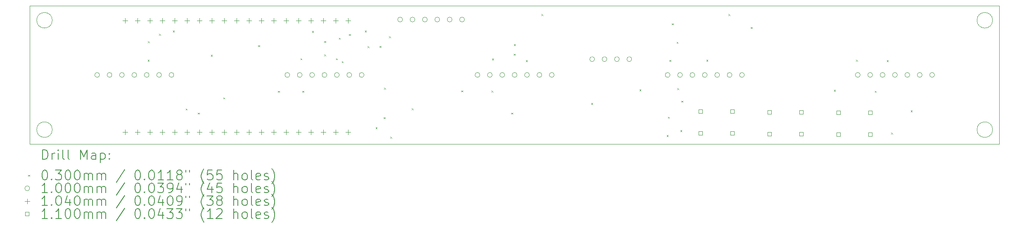
<source format=gbr>
%TF.GenerationSoftware,KiCad,Pcbnew,8.0.5*%
%TF.CreationDate,2024-09-09T18:49:08+02:00*%
%TF.ProjectId,info_orbs,696e666f-5f6f-4726-9273-2e6b69636164,rev?*%
%TF.SameCoordinates,Original*%
%TF.FileFunction,Drillmap*%
%TF.FilePolarity,Positive*%
%FSLAX45Y45*%
G04 Gerber Fmt 4.5, Leading zero omitted, Abs format (unit mm)*
G04 Created by KiCad (PCBNEW 8.0.5) date 2024-09-09 18:49:08*
%MOMM*%
%LPD*%
G01*
G04 APERTURE LIST*
%ADD10C,0.100000*%
%ADD11C,0.050000*%
%ADD12C,0.200000*%
%ADD13C,0.104000*%
%ADD14C,0.110000*%
G04 APERTURE END LIST*
D10*
X3829600Y-8550000D02*
G75*
G02*
X3509600Y-8550000I-160000J0D01*
G01*
X3509600Y-8550000D02*
G75*
G02*
X3829600Y-8550000I160000J0D01*
G01*
X23111400Y-6300000D02*
G75*
G02*
X22791400Y-6300000I-160000J0D01*
G01*
X22791400Y-6300000D02*
G75*
G02*
X23111400Y-6300000I160000J0D01*
G01*
X3829600Y-6300000D02*
G75*
G02*
X3509600Y-6300000I-160000J0D01*
G01*
X3509600Y-6300000D02*
G75*
G02*
X3829600Y-6300000I160000J0D01*
G01*
X23111400Y-8550000D02*
G75*
G02*
X22791400Y-8550000I-160000J0D01*
G01*
X22791400Y-8550000D02*
G75*
G02*
X23111400Y-8550000I160000J0D01*
G01*
D11*
X3369600Y-6000000D02*
X23251400Y-6000000D01*
X23251400Y-8850000D01*
X3369600Y-8850000D01*
X3369600Y-6000000D01*
D12*
D10*
X5786000Y-7112000D02*
X5816000Y-7142000D01*
X5816000Y-7112000D02*
X5786000Y-7142000D01*
X5790000Y-6733000D02*
X5820000Y-6763000D01*
X5820000Y-6733000D02*
X5790000Y-6763000D01*
X6019000Y-6581000D02*
X6049000Y-6611000D01*
X6049000Y-6581000D02*
X6019000Y-6611000D01*
X6305000Y-6512000D02*
X6335000Y-6542000D01*
X6335000Y-6512000D02*
X6305000Y-6542000D01*
X6565000Y-8118000D02*
X6595000Y-8148000D01*
X6595000Y-8118000D02*
X6565000Y-8148000D01*
X6817000Y-8202000D02*
X6847000Y-8232000D01*
X6847000Y-8202000D02*
X6817000Y-8232000D01*
X7081000Y-7012000D02*
X7111000Y-7042000D01*
X7111000Y-7012000D02*
X7081000Y-7042000D01*
X7338000Y-7888000D02*
X7368000Y-7918000D01*
X7368000Y-7888000D02*
X7338000Y-7918000D01*
X8053000Y-6814000D02*
X8083000Y-6844000D01*
X8083000Y-6814000D02*
X8053000Y-6844000D01*
X8460000Y-7754000D02*
X8490000Y-7784000D01*
X8490000Y-7754000D02*
X8460000Y-7784000D01*
X8919000Y-7083000D02*
X8949000Y-7113000D01*
X8949000Y-7083000D02*
X8919000Y-7113000D01*
X8957000Y-7754000D02*
X8987000Y-7784000D01*
X8987000Y-7754000D02*
X8957000Y-7784000D01*
X9156000Y-6520000D02*
X9186000Y-6550000D01*
X9186000Y-6520000D02*
X9156000Y-6550000D01*
X9404000Y-6727000D02*
X9434000Y-6757000D01*
X9434000Y-6727000D02*
X9404000Y-6757000D01*
X9404000Y-7004000D02*
X9434000Y-7034000D01*
X9434000Y-7004000D02*
X9404000Y-7034000D01*
X9646000Y-7083000D02*
X9676000Y-7113000D01*
X9676000Y-7083000D02*
X9646000Y-7113000D01*
X9706000Y-6661000D02*
X9736000Y-6691000D01*
X9736000Y-6661000D02*
X9706000Y-6691000D01*
X9766000Y-7143000D02*
X9796000Y-7173000D01*
X9796000Y-7143000D02*
X9766000Y-7173000D01*
X9914000Y-6585000D02*
X9944000Y-6615000D01*
X9944000Y-6585000D02*
X9914000Y-6615000D01*
X10240000Y-6512000D02*
X10270000Y-6542000D01*
X10270000Y-6512000D02*
X10240000Y-6542000D01*
X10297000Y-6834000D02*
X10327000Y-6864000D01*
X10327000Y-6834000D02*
X10297000Y-6864000D01*
X10462000Y-8502000D02*
X10492000Y-8532000D01*
X10492000Y-8502000D02*
X10462000Y-8532000D01*
X10540000Y-6831000D02*
X10570000Y-6861000D01*
X10570000Y-6831000D02*
X10540000Y-6861000D01*
X10626000Y-8294000D02*
X10656000Y-8324000D01*
X10656000Y-8294000D02*
X10626000Y-8324000D01*
X10635000Y-7688000D02*
X10665000Y-7718000D01*
X10665000Y-7688000D02*
X10635000Y-7718000D01*
X10736000Y-6632000D02*
X10766000Y-6662000D01*
X10766000Y-6632000D02*
X10736000Y-6662000D01*
X10762000Y-8698000D02*
X10792000Y-8728000D01*
X10792000Y-8698000D02*
X10762000Y-8728000D01*
X11201000Y-8110000D02*
X11231000Y-8140000D01*
X11231000Y-8110000D02*
X11201000Y-8140000D01*
X12216000Y-7745000D02*
X12246000Y-7775000D01*
X12246000Y-7745000D02*
X12216000Y-7775000D01*
X12835000Y-7749000D02*
X12865000Y-7779000D01*
X12865000Y-7749000D02*
X12835000Y-7779000D01*
X12847000Y-7087000D02*
X12877000Y-7117000D01*
X12877000Y-7087000D02*
X12847000Y-7117000D01*
X13243000Y-8202000D02*
X13273000Y-8232000D01*
X13273000Y-8202000D02*
X13243000Y-8232000D01*
X13291000Y-6992000D02*
X13321000Y-7022000D01*
X13321000Y-6992000D02*
X13291000Y-7022000D01*
X13295000Y-6789000D02*
X13325000Y-6819000D01*
X13325000Y-6789000D02*
X13295000Y-6819000D01*
X13544000Y-7121000D02*
X13574000Y-7151000D01*
X13574000Y-7121000D02*
X13544000Y-7151000D01*
X13861000Y-6174000D02*
X13891000Y-6204000D01*
X13891000Y-6174000D02*
X13861000Y-6204000D01*
X14881000Y-8001000D02*
X14911000Y-8031000D01*
X14911000Y-8001000D02*
X14881000Y-8031000D01*
X15869000Y-7722000D02*
X15899000Y-7752000D01*
X15899000Y-7722000D02*
X15869000Y-7752000D01*
X16431000Y-8663000D02*
X16461000Y-8693000D01*
X16461000Y-8663000D02*
X16431000Y-8693000D01*
X16454000Y-8285000D02*
X16484000Y-8315000D01*
X16484000Y-8285000D02*
X16454000Y-8315000D01*
X16486000Y-7118000D02*
X16516000Y-7148000D01*
X16516000Y-7118000D02*
X16486000Y-7148000D01*
X16535000Y-6364000D02*
X16565000Y-6394000D01*
X16565000Y-6364000D02*
X16535000Y-6394000D01*
X16633000Y-6743000D02*
X16663000Y-6773000D01*
X16663000Y-6743000D02*
X16633000Y-6773000D01*
X16644000Y-7699000D02*
X16674000Y-7729000D01*
X16674000Y-7699000D02*
X16644000Y-7729000D01*
X16708000Y-8562000D02*
X16738000Y-8592000D01*
X16738000Y-8562000D02*
X16708000Y-8592000D01*
X16728000Y-7954000D02*
X16758000Y-7984000D01*
X16758000Y-7954000D02*
X16728000Y-7984000D01*
X17242000Y-7112000D02*
X17272000Y-7142000D01*
X17272000Y-7112000D02*
X17242000Y-7142000D01*
X17695000Y-6174000D02*
X17725000Y-6204000D01*
X17725000Y-6174000D02*
X17695000Y-6204000D01*
X18151000Y-6439000D02*
X18181000Y-6469000D01*
X18181000Y-6439000D02*
X18151000Y-6469000D01*
X19858000Y-7730000D02*
X19888000Y-7760000D01*
X19888000Y-7730000D02*
X19858000Y-7760000D01*
X20309000Y-7113000D02*
X20339000Y-7143000D01*
X20339000Y-7113000D02*
X20309000Y-7143000D01*
X20698000Y-7751000D02*
X20728000Y-7781000D01*
X20728000Y-7751000D02*
X20698000Y-7781000D01*
X20941000Y-7122000D02*
X20971000Y-7152000D01*
X20971000Y-7122000D02*
X20941000Y-7152000D01*
X21030000Y-8611000D02*
X21060000Y-8641000D01*
X21060000Y-8611000D02*
X21030000Y-8641000D01*
X21434000Y-8156000D02*
X21464000Y-8186000D01*
X21464000Y-8156000D02*
X21434000Y-8186000D01*
X4799750Y-7425000D02*
G75*
G02*
X4699750Y-7425000I-50000J0D01*
G01*
X4699750Y-7425000D02*
G75*
G02*
X4799750Y-7425000I50000J0D01*
G01*
X5053750Y-7425000D02*
G75*
G02*
X4953750Y-7425000I-50000J0D01*
G01*
X4953750Y-7425000D02*
G75*
G02*
X5053750Y-7425000I50000J0D01*
G01*
X5307750Y-7425000D02*
G75*
G02*
X5207750Y-7425000I-50000J0D01*
G01*
X5207750Y-7425000D02*
G75*
G02*
X5307750Y-7425000I50000J0D01*
G01*
X5561750Y-7425000D02*
G75*
G02*
X5461750Y-7425000I-50000J0D01*
G01*
X5461750Y-7425000D02*
G75*
G02*
X5561750Y-7425000I50000J0D01*
G01*
X5815750Y-7425000D02*
G75*
G02*
X5715750Y-7425000I-50000J0D01*
G01*
X5715750Y-7425000D02*
G75*
G02*
X5815750Y-7425000I50000J0D01*
G01*
X6069750Y-7425000D02*
G75*
G02*
X5969750Y-7425000I-50000J0D01*
G01*
X5969750Y-7425000D02*
G75*
G02*
X6069750Y-7425000I50000J0D01*
G01*
X6323750Y-7425000D02*
G75*
G02*
X6223750Y-7425000I-50000J0D01*
G01*
X6223750Y-7425000D02*
G75*
G02*
X6323750Y-7425000I50000J0D01*
G01*
X8698875Y-7425000D02*
G75*
G02*
X8598875Y-7425000I-50000J0D01*
G01*
X8598875Y-7425000D02*
G75*
G02*
X8698875Y-7425000I50000J0D01*
G01*
X8952875Y-7425000D02*
G75*
G02*
X8852875Y-7425000I-50000J0D01*
G01*
X8852875Y-7425000D02*
G75*
G02*
X8952875Y-7425000I50000J0D01*
G01*
X9206875Y-7425000D02*
G75*
G02*
X9106875Y-7425000I-50000J0D01*
G01*
X9106875Y-7425000D02*
G75*
G02*
X9206875Y-7425000I50000J0D01*
G01*
X9460875Y-7425000D02*
G75*
G02*
X9360875Y-7425000I-50000J0D01*
G01*
X9360875Y-7425000D02*
G75*
G02*
X9460875Y-7425000I50000J0D01*
G01*
X9714875Y-7425000D02*
G75*
G02*
X9614875Y-7425000I-50000J0D01*
G01*
X9614875Y-7425000D02*
G75*
G02*
X9714875Y-7425000I50000J0D01*
G01*
X9968875Y-7425000D02*
G75*
G02*
X9868875Y-7425000I-50000J0D01*
G01*
X9868875Y-7425000D02*
G75*
G02*
X9968875Y-7425000I50000J0D01*
G01*
X10222875Y-7425000D02*
G75*
G02*
X10122875Y-7425000I-50000J0D01*
G01*
X10122875Y-7425000D02*
G75*
G02*
X10222875Y-7425000I50000J0D01*
G01*
X11012000Y-6286000D02*
G75*
G02*
X10912000Y-6286000I-50000J0D01*
G01*
X10912000Y-6286000D02*
G75*
G02*
X11012000Y-6286000I50000J0D01*
G01*
X11266000Y-6286000D02*
G75*
G02*
X11166000Y-6286000I-50000J0D01*
G01*
X11166000Y-6286000D02*
G75*
G02*
X11266000Y-6286000I50000J0D01*
G01*
X11520000Y-6286000D02*
G75*
G02*
X11420000Y-6286000I-50000J0D01*
G01*
X11420000Y-6286000D02*
G75*
G02*
X11520000Y-6286000I50000J0D01*
G01*
X11774000Y-6286000D02*
G75*
G02*
X11674000Y-6286000I-50000J0D01*
G01*
X11674000Y-6286000D02*
G75*
G02*
X11774000Y-6286000I50000J0D01*
G01*
X12028000Y-6286000D02*
G75*
G02*
X11928000Y-6286000I-50000J0D01*
G01*
X11928000Y-6286000D02*
G75*
G02*
X12028000Y-6286000I50000J0D01*
G01*
X12282000Y-6286000D02*
G75*
G02*
X12182000Y-6286000I-50000J0D01*
G01*
X12182000Y-6286000D02*
G75*
G02*
X12282000Y-6286000I50000J0D01*
G01*
X12598000Y-7425000D02*
G75*
G02*
X12498000Y-7425000I-50000J0D01*
G01*
X12498000Y-7425000D02*
G75*
G02*
X12598000Y-7425000I50000J0D01*
G01*
X12852000Y-7425000D02*
G75*
G02*
X12752000Y-7425000I-50000J0D01*
G01*
X12752000Y-7425000D02*
G75*
G02*
X12852000Y-7425000I50000J0D01*
G01*
X13106000Y-7425000D02*
G75*
G02*
X13006000Y-7425000I-50000J0D01*
G01*
X13006000Y-7425000D02*
G75*
G02*
X13106000Y-7425000I50000J0D01*
G01*
X13360000Y-7425000D02*
G75*
G02*
X13260000Y-7425000I-50000J0D01*
G01*
X13260000Y-7425000D02*
G75*
G02*
X13360000Y-7425000I50000J0D01*
G01*
X13614000Y-7425000D02*
G75*
G02*
X13514000Y-7425000I-50000J0D01*
G01*
X13514000Y-7425000D02*
G75*
G02*
X13614000Y-7425000I50000J0D01*
G01*
X13868000Y-7425000D02*
G75*
G02*
X13768000Y-7425000I-50000J0D01*
G01*
X13768000Y-7425000D02*
G75*
G02*
X13868000Y-7425000I50000J0D01*
G01*
X14122000Y-7425000D02*
G75*
G02*
X14022000Y-7425000I-50000J0D01*
G01*
X14022000Y-7425000D02*
G75*
G02*
X14122000Y-7425000I50000J0D01*
G01*
X14949500Y-7100000D02*
G75*
G02*
X14849500Y-7100000I-50000J0D01*
G01*
X14849500Y-7100000D02*
G75*
G02*
X14949500Y-7100000I50000J0D01*
G01*
X15203500Y-7100000D02*
G75*
G02*
X15103500Y-7100000I-50000J0D01*
G01*
X15103500Y-7100000D02*
G75*
G02*
X15203500Y-7100000I50000J0D01*
G01*
X15457500Y-7100000D02*
G75*
G02*
X15357500Y-7100000I-50000J0D01*
G01*
X15357500Y-7100000D02*
G75*
G02*
X15457500Y-7100000I50000J0D01*
G01*
X15711500Y-7100000D02*
G75*
G02*
X15611500Y-7100000I-50000J0D01*
G01*
X15611500Y-7100000D02*
G75*
G02*
X15711500Y-7100000I50000J0D01*
G01*
X16497125Y-7425000D02*
G75*
G02*
X16397125Y-7425000I-50000J0D01*
G01*
X16397125Y-7425000D02*
G75*
G02*
X16497125Y-7425000I50000J0D01*
G01*
X16751125Y-7425000D02*
G75*
G02*
X16651125Y-7425000I-50000J0D01*
G01*
X16651125Y-7425000D02*
G75*
G02*
X16751125Y-7425000I50000J0D01*
G01*
X17005125Y-7425000D02*
G75*
G02*
X16905125Y-7425000I-50000J0D01*
G01*
X16905125Y-7425000D02*
G75*
G02*
X17005125Y-7425000I50000J0D01*
G01*
X17259125Y-7425000D02*
G75*
G02*
X17159125Y-7425000I-50000J0D01*
G01*
X17159125Y-7425000D02*
G75*
G02*
X17259125Y-7425000I50000J0D01*
G01*
X17513125Y-7425000D02*
G75*
G02*
X17413125Y-7425000I-50000J0D01*
G01*
X17413125Y-7425000D02*
G75*
G02*
X17513125Y-7425000I50000J0D01*
G01*
X17767125Y-7425000D02*
G75*
G02*
X17667125Y-7425000I-50000J0D01*
G01*
X17667125Y-7425000D02*
G75*
G02*
X17767125Y-7425000I50000J0D01*
G01*
X18021125Y-7425000D02*
G75*
G02*
X17921125Y-7425000I-50000J0D01*
G01*
X17921125Y-7425000D02*
G75*
G02*
X18021125Y-7425000I50000J0D01*
G01*
X20396250Y-7425000D02*
G75*
G02*
X20296250Y-7425000I-50000J0D01*
G01*
X20296250Y-7425000D02*
G75*
G02*
X20396250Y-7425000I50000J0D01*
G01*
X20650250Y-7425000D02*
G75*
G02*
X20550250Y-7425000I-50000J0D01*
G01*
X20550250Y-7425000D02*
G75*
G02*
X20650250Y-7425000I50000J0D01*
G01*
X20904250Y-7425000D02*
G75*
G02*
X20804250Y-7425000I-50000J0D01*
G01*
X20804250Y-7425000D02*
G75*
G02*
X20904250Y-7425000I50000J0D01*
G01*
X21158250Y-7425000D02*
G75*
G02*
X21058250Y-7425000I-50000J0D01*
G01*
X21058250Y-7425000D02*
G75*
G02*
X21158250Y-7425000I50000J0D01*
G01*
X21412250Y-7425000D02*
G75*
G02*
X21312250Y-7425000I-50000J0D01*
G01*
X21312250Y-7425000D02*
G75*
G02*
X21412250Y-7425000I50000J0D01*
G01*
X21666250Y-7425000D02*
G75*
G02*
X21566250Y-7425000I-50000J0D01*
G01*
X21566250Y-7425000D02*
G75*
G02*
X21666250Y-7425000I50000J0D01*
G01*
X21920250Y-7425000D02*
G75*
G02*
X21820250Y-7425000I-50000J0D01*
G01*
X21820250Y-7425000D02*
G75*
G02*
X21920250Y-7425000I50000J0D01*
G01*
D13*
X5321000Y-6251750D02*
X5321000Y-6355750D01*
X5269000Y-6303750D02*
X5373000Y-6303750D01*
X5321000Y-8551750D02*
X5321000Y-8655750D01*
X5269000Y-8603750D02*
X5373000Y-8603750D01*
X5575000Y-6251750D02*
X5575000Y-6355750D01*
X5523000Y-6303750D02*
X5627000Y-6303750D01*
X5575000Y-8551750D02*
X5575000Y-8655750D01*
X5523000Y-8603750D02*
X5627000Y-8603750D01*
X5829000Y-6251750D02*
X5829000Y-6355750D01*
X5777000Y-6303750D02*
X5881000Y-6303750D01*
X5829000Y-8551750D02*
X5829000Y-8655750D01*
X5777000Y-8603750D02*
X5881000Y-8603750D01*
X6083000Y-6251750D02*
X6083000Y-6355750D01*
X6031000Y-6303750D02*
X6135000Y-6303750D01*
X6083000Y-8551750D02*
X6083000Y-8655750D01*
X6031000Y-8603750D02*
X6135000Y-8603750D01*
X6337000Y-6251750D02*
X6337000Y-6355750D01*
X6285000Y-6303750D02*
X6389000Y-6303750D01*
X6337000Y-8551750D02*
X6337000Y-8655750D01*
X6285000Y-8603750D02*
X6389000Y-8603750D01*
X6591000Y-6251750D02*
X6591000Y-6355750D01*
X6539000Y-6303750D02*
X6643000Y-6303750D01*
X6591000Y-8551750D02*
X6591000Y-8655750D01*
X6539000Y-8603750D02*
X6643000Y-8603750D01*
X6845000Y-6251750D02*
X6845000Y-6355750D01*
X6793000Y-6303750D02*
X6897000Y-6303750D01*
X6845000Y-8551750D02*
X6845000Y-8655750D01*
X6793000Y-8603750D02*
X6897000Y-8603750D01*
X7099000Y-6251750D02*
X7099000Y-6355750D01*
X7047000Y-6303750D02*
X7151000Y-6303750D01*
X7099000Y-8551750D02*
X7099000Y-8655750D01*
X7047000Y-8603750D02*
X7151000Y-8603750D01*
X7353000Y-6251750D02*
X7353000Y-6355750D01*
X7301000Y-6303750D02*
X7405000Y-6303750D01*
X7353000Y-8551750D02*
X7353000Y-8655750D01*
X7301000Y-8603750D02*
X7405000Y-8603750D01*
X7607000Y-6251750D02*
X7607000Y-6355750D01*
X7555000Y-6303750D02*
X7659000Y-6303750D01*
X7607000Y-8551750D02*
X7607000Y-8655750D01*
X7555000Y-8603750D02*
X7659000Y-8603750D01*
X7861000Y-6251750D02*
X7861000Y-6355750D01*
X7809000Y-6303750D02*
X7913000Y-6303750D01*
X7861000Y-8551750D02*
X7861000Y-8655750D01*
X7809000Y-8603750D02*
X7913000Y-8603750D01*
X8115000Y-6251750D02*
X8115000Y-6355750D01*
X8063000Y-6303750D02*
X8167000Y-6303750D01*
X8115000Y-8551750D02*
X8115000Y-8655750D01*
X8063000Y-8603750D02*
X8167000Y-8603750D01*
X8369000Y-6251750D02*
X8369000Y-6355750D01*
X8317000Y-6303750D02*
X8421000Y-6303750D01*
X8369000Y-8551750D02*
X8369000Y-8655750D01*
X8317000Y-8603750D02*
X8421000Y-8603750D01*
X8623000Y-6251750D02*
X8623000Y-6355750D01*
X8571000Y-6303750D02*
X8675000Y-6303750D01*
X8623000Y-8551750D02*
X8623000Y-8655750D01*
X8571000Y-8603750D02*
X8675000Y-8603750D01*
X8877000Y-6251750D02*
X8877000Y-6355750D01*
X8825000Y-6303750D02*
X8929000Y-6303750D01*
X8877000Y-8551750D02*
X8877000Y-8655750D01*
X8825000Y-8603750D02*
X8929000Y-8603750D01*
X9131000Y-6251750D02*
X9131000Y-6355750D01*
X9079000Y-6303750D02*
X9183000Y-6303750D01*
X9131000Y-8551750D02*
X9131000Y-8655750D01*
X9079000Y-8603750D02*
X9183000Y-8603750D01*
X9385000Y-6251750D02*
X9385000Y-6355750D01*
X9333000Y-6303750D02*
X9437000Y-6303750D01*
X9385000Y-8551750D02*
X9385000Y-8655750D01*
X9333000Y-8603750D02*
X9437000Y-8603750D01*
X9639000Y-6251750D02*
X9639000Y-6355750D01*
X9587000Y-6303750D02*
X9691000Y-6303750D01*
X9639000Y-8551750D02*
X9639000Y-8655750D01*
X9587000Y-8603750D02*
X9691000Y-8603750D01*
X9893000Y-6251750D02*
X9893000Y-6355750D01*
X9841000Y-6303750D02*
X9945000Y-6303750D01*
X9893000Y-8551750D02*
X9893000Y-8655750D01*
X9841000Y-8603750D02*
X9945000Y-8603750D01*
D14*
X17163891Y-8213891D02*
X17163891Y-8136109D01*
X17086109Y-8136109D01*
X17086109Y-8213891D01*
X17163891Y-8213891D01*
X17163891Y-8663891D02*
X17163891Y-8586109D01*
X17086109Y-8586109D01*
X17086109Y-8663891D01*
X17163891Y-8663891D01*
X17813891Y-8213891D02*
X17813891Y-8136109D01*
X17736109Y-8136109D01*
X17736109Y-8213891D01*
X17813891Y-8213891D01*
X17813891Y-8663891D02*
X17813891Y-8586109D01*
X17736109Y-8586109D01*
X17736109Y-8663891D01*
X17813891Y-8663891D01*
X18576391Y-8226391D02*
X18576391Y-8148609D01*
X18498609Y-8148609D01*
X18498609Y-8226391D01*
X18576391Y-8226391D01*
X18576391Y-8676391D02*
X18576391Y-8598609D01*
X18498609Y-8598609D01*
X18498609Y-8676391D01*
X18576391Y-8676391D01*
X19226391Y-8226391D02*
X19226391Y-8148609D01*
X19148609Y-8148609D01*
X19148609Y-8226391D01*
X19226391Y-8226391D01*
X19226391Y-8676391D02*
X19226391Y-8598609D01*
X19148609Y-8598609D01*
X19148609Y-8676391D01*
X19226391Y-8676391D01*
X19988891Y-8238891D02*
X19988891Y-8161109D01*
X19911109Y-8161109D01*
X19911109Y-8238891D01*
X19988891Y-8238891D01*
X19988891Y-8688891D02*
X19988891Y-8611109D01*
X19911109Y-8611109D01*
X19911109Y-8688891D01*
X19988891Y-8688891D01*
X20638891Y-8238891D02*
X20638891Y-8161109D01*
X20561109Y-8161109D01*
X20561109Y-8238891D01*
X20638891Y-8238891D01*
X20638891Y-8688891D02*
X20638891Y-8611109D01*
X20561109Y-8611109D01*
X20561109Y-8688891D01*
X20638891Y-8688891D01*
D12*
X3627877Y-9163984D02*
X3627877Y-8963984D01*
X3627877Y-8963984D02*
X3675496Y-8963984D01*
X3675496Y-8963984D02*
X3704067Y-8973508D01*
X3704067Y-8973508D02*
X3723115Y-8992555D01*
X3723115Y-8992555D02*
X3732639Y-9011603D01*
X3732639Y-9011603D02*
X3742162Y-9049698D01*
X3742162Y-9049698D02*
X3742162Y-9078270D01*
X3742162Y-9078270D02*
X3732639Y-9116365D01*
X3732639Y-9116365D02*
X3723115Y-9135412D01*
X3723115Y-9135412D02*
X3704067Y-9154460D01*
X3704067Y-9154460D02*
X3675496Y-9163984D01*
X3675496Y-9163984D02*
X3627877Y-9163984D01*
X3827877Y-9163984D02*
X3827877Y-9030650D01*
X3827877Y-9068746D02*
X3837401Y-9049698D01*
X3837401Y-9049698D02*
X3846924Y-9040174D01*
X3846924Y-9040174D02*
X3865972Y-9030650D01*
X3865972Y-9030650D02*
X3885020Y-9030650D01*
X3951686Y-9163984D02*
X3951686Y-9030650D01*
X3951686Y-8963984D02*
X3942162Y-8973508D01*
X3942162Y-8973508D02*
X3951686Y-8983031D01*
X3951686Y-8983031D02*
X3961210Y-8973508D01*
X3961210Y-8973508D02*
X3951686Y-8963984D01*
X3951686Y-8963984D02*
X3951686Y-8983031D01*
X4075496Y-9163984D02*
X4056448Y-9154460D01*
X4056448Y-9154460D02*
X4046924Y-9135412D01*
X4046924Y-9135412D02*
X4046924Y-8963984D01*
X4180258Y-9163984D02*
X4161210Y-9154460D01*
X4161210Y-9154460D02*
X4151686Y-9135412D01*
X4151686Y-9135412D02*
X4151686Y-8963984D01*
X4408829Y-9163984D02*
X4408829Y-8963984D01*
X4408829Y-8963984D02*
X4475496Y-9106841D01*
X4475496Y-9106841D02*
X4542163Y-8963984D01*
X4542163Y-8963984D02*
X4542163Y-9163984D01*
X4723115Y-9163984D02*
X4723115Y-9059222D01*
X4723115Y-9059222D02*
X4713591Y-9040174D01*
X4713591Y-9040174D02*
X4694544Y-9030650D01*
X4694544Y-9030650D02*
X4656448Y-9030650D01*
X4656448Y-9030650D02*
X4637401Y-9040174D01*
X4723115Y-9154460D02*
X4704067Y-9163984D01*
X4704067Y-9163984D02*
X4656448Y-9163984D01*
X4656448Y-9163984D02*
X4637401Y-9154460D01*
X4637401Y-9154460D02*
X4627877Y-9135412D01*
X4627877Y-9135412D02*
X4627877Y-9116365D01*
X4627877Y-9116365D02*
X4637401Y-9097317D01*
X4637401Y-9097317D02*
X4656448Y-9087793D01*
X4656448Y-9087793D02*
X4704067Y-9087793D01*
X4704067Y-9087793D02*
X4723115Y-9078270D01*
X4818353Y-9030650D02*
X4818353Y-9230650D01*
X4818353Y-9040174D02*
X4837401Y-9030650D01*
X4837401Y-9030650D02*
X4875496Y-9030650D01*
X4875496Y-9030650D02*
X4894544Y-9040174D01*
X4894544Y-9040174D02*
X4904067Y-9049698D01*
X4904067Y-9049698D02*
X4913591Y-9068746D01*
X4913591Y-9068746D02*
X4913591Y-9125889D01*
X4913591Y-9125889D02*
X4904067Y-9144936D01*
X4904067Y-9144936D02*
X4894544Y-9154460D01*
X4894544Y-9154460D02*
X4875496Y-9163984D01*
X4875496Y-9163984D02*
X4837401Y-9163984D01*
X4837401Y-9163984D02*
X4818353Y-9154460D01*
X4999305Y-9144936D02*
X5008829Y-9154460D01*
X5008829Y-9154460D02*
X4999305Y-9163984D01*
X4999305Y-9163984D02*
X4989782Y-9154460D01*
X4989782Y-9154460D02*
X4999305Y-9144936D01*
X4999305Y-9144936D02*
X4999305Y-9163984D01*
X4999305Y-9040174D02*
X5008829Y-9049698D01*
X5008829Y-9049698D02*
X4999305Y-9059222D01*
X4999305Y-9059222D02*
X4989782Y-9049698D01*
X4989782Y-9049698D02*
X4999305Y-9040174D01*
X4999305Y-9040174D02*
X4999305Y-9059222D01*
D10*
X3337100Y-9477500D02*
X3367100Y-9507500D01*
X3367100Y-9477500D02*
X3337100Y-9507500D01*
D12*
X3665972Y-9383984D02*
X3685020Y-9383984D01*
X3685020Y-9383984D02*
X3704067Y-9393508D01*
X3704067Y-9393508D02*
X3713591Y-9403031D01*
X3713591Y-9403031D02*
X3723115Y-9422079D01*
X3723115Y-9422079D02*
X3732639Y-9460174D01*
X3732639Y-9460174D02*
X3732639Y-9507793D01*
X3732639Y-9507793D02*
X3723115Y-9545889D01*
X3723115Y-9545889D02*
X3713591Y-9564936D01*
X3713591Y-9564936D02*
X3704067Y-9574460D01*
X3704067Y-9574460D02*
X3685020Y-9583984D01*
X3685020Y-9583984D02*
X3665972Y-9583984D01*
X3665972Y-9583984D02*
X3646924Y-9574460D01*
X3646924Y-9574460D02*
X3637401Y-9564936D01*
X3637401Y-9564936D02*
X3627877Y-9545889D01*
X3627877Y-9545889D02*
X3618353Y-9507793D01*
X3618353Y-9507793D02*
X3618353Y-9460174D01*
X3618353Y-9460174D02*
X3627877Y-9422079D01*
X3627877Y-9422079D02*
X3637401Y-9403031D01*
X3637401Y-9403031D02*
X3646924Y-9393508D01*
X3646924Y-9393508D02*
X3665972Y-9383984D01*
X3818353Y-9564936D02*
X3827877Y-9574460D01*
X3827877Y-9574460D02*
X3818353Y-9583984D01*
X3818353Y-9583984D02*
X3808829Y-9574460D01*
X3808829Y-9574460D02*
X3818353Y-9564936D01*
X3818353Y-9564936D02*
X3818353Y-9583984D01*
X3894543Y-9383984D02*
X4018353Y-9383984D01*
X4018353Y-9383984D02*
X3951686Y-9460174D01*
X3951686Y-9460174D02*
X3980258Y-9460174D01*
X3980258Y-9460174D02*
X3999305Y-9469698D01*
X3999305Y-9469698D02*
X4008829Y-9479222D01*
X4008829Y-9479222D02*
X4018353Y-9498270D01*
X4018353Y-9498270D02*
X4018353Y-9545889D01*
X4018353Y-9545889D02*
X4008829Y-9564936D01*
X4008829Y-9564936D02*
X3999305Y-9574460D01*
X3999305Y-9574460D02*
X3980258Y-9583984D01*
X3980258Y-9583984D02*
X3923115Y-9583984D01*
X3923115Y-9583984D02*
X3904067Y-9574460D01*
X3904067Y-9574460D02*
X3894543Y-9564936D01*
X4142162Y-9383984D02*
X4161210Y-9383984D01*
X4161210Y-9383984D02*
X4180258Y-9393508D01*
X4180258Y-9393508D02*
X4189782Y-9403031D01*
X4189782Y-9403031D02*
X4199305Y-9422079D01*
X4199305Y-9422079D02*
X4208829Y-9460174D01*
X4208829Y-9460174D02*
X4208829Y-9507793D01*
X4208829Y-9507793D02*
X4199305Y-9545889D01*
X4199305Y-9545889D02*
X4189782Y-9564936D01*
X4189782Y-9564936D02*
X4180258Y-9574460D01*
X4180258Y-9574460D02*
X4161210Y-9583984D01*
X4161210Y-9583984D02*
X4142162Y-9583984D01*
X4142162Y-9583984D02*
X4123115Y-9574460D01*
X4123115Y-9574460D02*
X4113591Y-9564936D01*
X4113591Y-9564936D02*
X4104067Y-9545889D01*
X4104067Y-9545889D02*
X4094543Y-9507793D01*
X4094543Y-9507793D02*
X4094543Y-9460174D01*
X4094543Y-9460174D02*
X4104067Y-9422079D01*
X4104067Y-9422079D02*
X4113591Y-9403031D01*
X4113591Y-9403031D02*
X4123115Y-9393508D01*
X4123115Y-9393508D02*
X4142162Y-9383984D01*
X4332639Y-9383984D02*
X4351686Y-9383984D01*
X4351686Y-9383984D02*
X4370734Y-9393508D01*
X4370734Y-9393508D02*
X4380258Y-9403031D01*
X4380258Y-9403031D02*
X4389782Y-9422079D01*
X4389782Y-9422079D02*
X4399305Y-9460174D01*
X4399305Y-9460174D02*
X4399305Y-9507793D01*
X4399305Y-9507793D02*
X4389782Y-9545889D01*
X4389782Y-9545889D02*
X4380258Y-9564936D01*
X4380258Y-9564936D02*
X4370734Y-9574460D01*
X4370734Y-9574460D02*
X4351686Y-9583984D01*
X4351686Y-9583984D02*
X4332639Y-9583984D01*
X4332639Y-9583984D02*
X4313591Y-9574460D01*
X4313591Y-9574460D02*
X4304067Y-9564936D01*
X4304067Y-9564936D02*
X4294544Y-9545889D01*
X4294544Y-9545889D02*
X4285020Y-9507793D01*
X4285020Y-9507793D02*
X4285020Y-9460174D01*
X4285020Y-9460174D02*
X4294544Y-9422079D01*
X4294544Y-9422079D02*
X4304067Y-9403031D01*
X4304067Y-9403031D02*
X4313591Y-9393508D01*
X4313591Y-9393508D02*
X4332639Y-9383984D01*
X4485020Y-9583984D02*
X4485020Y-9450650D01*
X4485020Y-9469698D02*
X4494544Y-9460174D01*
X4494544Y-9460174D02*
X4513591Y-9450650D01*
X4513591Y-9450650D02*
X4542163Y-9450650D01*
X4542163Y-9450650D02*
X4561210Y-9460174D01*
X4561210Y-9460174D02*
X4570734Y-9479222D01*
X4570734Y-9479222D02*
X4570734Y-9583984D01*
X4570734Y-9479222D02*
X4580258Y-9460174D01*
X4580258Y-9460174D02*
X4599305Y-9450650D01*
X4599305Y-9450650D02*
X4627877Y-9450650D01*
X4627877Y-9450650D02*
X4646925Y-9460174D01*
X4646925Y-9460174D02*
X4656448Y-9479222D01*
X4656448Y-9479222D02*
X4656448Y-9583984D01*
X4751686Y-9583984D02*
X4751686Y-9450650D01*
X4751686Y-9469698D02*
X4761210Y-9460174D01*
X4761210Y-9460174D02*
X4780258Y-9450650D01*
X4780258Y-9450650D02*
X4808829Y-9450650D01*
X4808829Y-9450650D02*
X4827877Y-9460174D01*
X4827877Y-9460174D02*
X4837401Y-9479222D01*
X4837401Y-9479222D02*
X4837401Y-9583984D01*
X4837401Y-9479222D02*
X4846925Y-9460174D01*
X4846925Y-9460174D02*
X4865972Y-9450650D01*
X4865972Y-9450650D02*
X4894544Y-9450650D01*
X4894544Y-9450650D02*
X4913591Y-9460174D01*
X4913591Y-9460174D02*
X4923115Y-9479222D01*
X4923115Y-9479222D02*
X4923115Y-9583984D01*
X5313591Y-9374460D02*
X5142163Y-9631603D01*
X5570734Y-9383984D02*
X5589782Y-9383984D01*
X5589782Y-9383984D02*
X5608829Y-9393508D01*
X5608829Y-9393508D02*
X5618353Y-9403031D01*
X5618353Y-9403031D02*
X5627877Y-9422079D01*
X5627877Y-9422079D02*
X5637401Y-9460174D01*
X5637401Y-9460174D02*
X5637401Y-9507793D01*
X5637401Y-9507793D02*
X5627877Y-9545889D01*
X5627877Y-9545889D02*
X5618353Y-9564936D01*
X5618353Y-9564936D02*
X5608829Y-9574460D01*
X5608829Y-9574460D02*
X5589782Y-9583984D01*
X5589782Y-9583984D02*
X5570734Y-9583984D01*
X5570734Y-9583984D02*
X5551687Y-9574460D01*
X5551687Y-9574460D02*
X5542163Y-9564936D01*
X5542163Y-9564936D02*
X5532639Y-9545889D01*
X5532639Y-9545889D02*
X5523115Y-9507793D01*
X5523115Y-9507793D02*
X5523115Y-9460174D01*
X5523115Y-9460174D02*
X5532639Y-9422079D01*
X5532639Y-9422079D02*
X5542163Y-9403031D01*
X5542163Y-9403031D02*
X5551687Y-9393508D01*
X5551687Y-9393508D02*
X5570734Y-9383984D01*
X5723115Y-9564936D02*
X5732639Y-9574460D01*
X5732639Y-9574460D02*
X5723115Y-9583984D01*
X5723115Y-9583984D02*
X5713591Y-9574460D01*
X5713591Y-9574460D02*
X5723115Y-9564936D01*
X5723115Y-9564936D02*
X5723115Y-9583984D01*
X5856448Y-9383984D02*
X5875496Y-9383984D01*
X5875496Y-9383984D02*
X5894544Y-9393508D01*
X5894544Y-9393508D02*
X5904067Y-9403031D01*
X5904067Y-9403031D02*
X5913591Y-9422079D01*
X5913591Y-9422079D02*
X5923115Y-9460174D01*
X5923115Y-9460174D02*
X5923115Y-9507793D01*
X5923115Y-9507793D02*
X5913591Y-9545889D01*
X5913591Y-9545889D02*
X5904067Y-9564936D01*
X5904067Y-9564936D02*
X5894544Y-9574460D01*
X5894544Y-9574460D02*
X5875496Y-9583984D01*
X5875496Y-9583984D02*
X5856448Y-9583984D01*
X5856448Y-9583984D02*
X5837401Y-9574460D01*
X5837401Y-9574460D02*
X5827877Y-9564936D01*
X5827877Y-9564936D02*
X5818353Y-9545889D01*
X5818353Y-9545889D02*
X5808829Y-9507793D01*
X5808829Y-9507793D02*
X5808829Y-9460174D01*
X5808829Y-9460174D02*
X5818353Y-9422079D01*
X5818353Y-9422079D02*
X5827877Y-9403031D01*
X5827877Y-9403031D02*
X5837401Y-9393508D01*
X5837401Y-9393508D02*
X5856448Y-9383984D01*
X6113591Y-9583984D02*
X5999306Y-9583984D01*
X6056448Y-9583984D02*
X6056448Y-9383984D01*
X6056448Y-9383984D02*
X6037401Y-9412555D01*
X6037401Y-9412555D02*
X6018353Y-9431603D01*
X6018353Y-9431603D02*
X5999306Y-9441127D01*
X6304067Y-9583984D02*
X6189782Y-9583984D01*
X6246925Y-9583984D02*
X6246925Y-9383984D01*
X6246925Y-9383984D02*
X6227877Y-9412555D01*
X6227877Y-9412555D02*
X6208829Y-9431603D01*
X6208829Y-9431603D02*
X6189782Y-9441127D01*
X6418353Y-9469698D02*
X6399306Y-9460174D01*
X6399306Y-9460174D02*
X6389782Y-9450650D01*
X6389782Y-9450650D02*
X6380258Y-9431603D01*
X6380258Y-9431603D02*
X6380258Y-9422079D01*
X6380258Y-9422079D02*
X6389782Y-9403031D01*
X6389782Y-9403031D02*
X6399306Y-9393508D01*
X6399306Y-9393508D02*
X6418353Y-9383984D01*
X6418353Y-9383984D02*
X6456448Y-9383984D01*
X6456448Y-9383984D02*
X6475496Y-9393508D01*
X6475496Y-9393508D02*
X6485020Y-9403031D01*
X6485020Y-9403031D02*
X6494544Y-9422079D01*
X6494544Y-9422079D02*
X6494544Y-9431603D01*
X6494544Y-9431603D02*
X6485020Y-9450650D01*
X6485020Y-9450650D02*
X6475496Y-9460174D01*
X6475496Y-9460174D02*
X6456448Y-9469698D01*
X6456448Y-9469698D02*
X6418353Y-9469698D01*
X6418353Y-9469698D02*
X6399306Y-9479222D01*
X6399306Y-9479222D02*
X6389782Y-9488746D01*
X6389782Y-9488746D02*
X6380258Y-9507793D01*
X6380258Y-9507793D02*
X6380258Y-9545889D01*
X6380258Y-9545889D02*
X6389782Y-9564936D01*
X6389782Y-9564936D02*
X6399306Y-9574460D01*
X6399306Y-9574460D02*
X6418353Y-9583984D01*
X6418353Y-9583984D02*
X6456448Y-9583984D01*
X6456448Y-9583984D02*
X6475496Y-9574460D01*
X6475496Y-9574460D02*
X6485020Y-9564936D01*
X6485020Y-9564936D02*
X6494544Y-9545889D01*
X6494544Y-9545889D02*
X6494544Y-9507793D01*
X6494544Y-9507793D02*
X6485020Y-9488746D01*
X6485020Y-9488746D02*
X6475496Y-9479222D01*
X6475496Y-9479222D02*
X6456448Y-9469698D01*
X6570734Y-9383984D02*
X6570734Y-9422079D01*
X6646925Y-9383984D02*
X6646925Y-9422079D01*
X6942163Y-9660174D02*
X6932639Y-9650650D01*
X6932639Y-9650650D02*
X6913591Y-9622079D01*
X6913591Y-9622079D02*
X6904068Y-9603031D01*
X6904068Y-9603031D02*
X6894544Y-9574460D01*
X6894544Y-9574460D02*
X6885020Y-9526841D01*
X6885020Y-9526841D02*
X6885020Y-9488746D01*
X6885020Y-9488746D02*
X6894544Y-9441127D01*
X6894544Y-9441127D02*
X6904068Y-9412555D01*
X6904068Y-9412555D02*
X6913591Y-9393508D01*
X6913591Y-9393508D02*
X6932639Y-9364936D01*
X6932639Y-9364936D02*
X6942163Y-9355412D01*
X7113591Y-9383984D02*
X7018353Y-9383984D01*
X7018353Y-9383984D02*
X7008829Y-9479222D01*
X7008829Y-9479222D02*
X7018353Y-9469698D01*
X7018353Y-9469698D02*
X7037401Y-9460174D01*
X7037401Y-9460174D02*
X7085020Y-9460174D01*
X7085020Y-9460174D02*
X7104068Y-9469698D01*
X7104068Y-9469698D02*
X7113591Y-9479222D01*
X7113591Y-9479222D02*
X7123115Y-9498270D01*
X7123115Y-9498270D02*
X7123115Y-9545889D01*
X7123115Y-9545889D02*
X7113591Y-9564936D01*
X7113591Y-9564936D02*
X7104068Y-9574460D01*
X7104068Y-9574460D02*
X7085020Y-9583984D01*
X7085020Y-9583984D02*
X7037401Y-9583984D01*
X7037401Y-9583984D02*
X7018353Y-9574460D01*
X7018353Y-9574460D02*
X7008829Y-9564936D01*
X7304068Y-9383984D02*
X7208829Y-9383984D01*
X7208829Y-9383984D02*
X7199306Y-9479222D01*
X7199306Y-9479222D02*
X7208829Y-9469698D01*
X7208829Y-9469698D02*
X7227877Y-9460174D01*
X7227877Y-9460174D02*
X7275496Y-9460174D01*
X7275496Y-9460174D02*
X7294544Y-9469698D01*
X7294544Y-9469698D02*
X7304068Y-9479222D01*
X7304068Y-9479222D02*
X7313591Y-9498270D01*
X7313591Y-9498270D02*
X7313591Y-9545889D01*
X7313591Y-9545889D02*
X7304068Y-9564936D01*
X7304068Y-9564936D02*
X7294544Y-9574460D01*
X7294544Y-9574460D02*
X7275496Y-9583984D01*
X7275496Y-9583984D02*
X7227877Y-9583984D01*
X7227877Y-9583984D02*
X7208829Y-9574460D01*
X7208829Y-9574460D02*
X7199306Y-9564936D01*
X7551687Y-9583984D02*
X7551687Y-9383984D01*
X7637401Y-9583984D02*
X7637401Y-9479222D01*
X7637401Y-9479222D02*
X7627877Y-9460174D01*
X7627877Y-9460174D02*
X7608830Y-9450650D01*
X7608830Y-9450650D02*
X7580258Y-9450650D01*
X7580258Y-9450650D02*
X7561210Y-9460174D01*
X7561210Y-9460174D02*
X7551687Y-9469698D01*
X7761210Y-9583984D02*
X7742163Y-9574460D01*
X7742163Y-9574460D02*
X7732639Y-9564936D01*
X7732639Y-9564936D02*
X7723115Y-9545889D01*
X7723115Y-9545889D02*
X7723115Y-9488746D01*
X7723115Y-9488746D02*
X7732639Y-9469698D01*
X7732639Y-9469698D02*
X7742163Y-9460174D01*
X7742163Y-9460174D02*
X7761210Y-9450650D01*
X7761210Y-9450650D02*
X7789782Y-9450650D01*
X7789782Y-9450650D02*
X7808830Y-9460174D01*
X7808830Y-9460174D02*
X7818353Y-9469698D01*
X7818353Y-9469698D02*
X7827877Y-9488746D01*
X7827877Y-9488746D02*
X7827877Y-9545889D01*
X7827877Y-9545889D02*
X7818353Y-9564936D01*
X7818353Y-9564936D02*
X7808830Y-9574460D01*
X7808830Y-9574460D02*
X7789782Y-9583984D01*
X7789782Y-9583984D02*
X7761210Y-9583984D01*
X7942163Y-9583984D02*
X7923115Y-9574460D01*
X7923115Y-9574460D02*
X7913591Y-9555412D01*
X7913591Y-9555412D02*
X7913591Y-9383984D01*
X8094544Y-9574460D02*
X8075496Y-9583984D01*
X8075496Y-9583984D02*
X8037401Y-9583984D01*
X8037401Y-9583984D02*
X8018353Y-9574460D01*
X8018353Y-9574460D02*
X8008830Y-9555412D01*
X8008830Y-9555412D02*
X8008830Y-9479222D01*
X8008830Y-9479222D02*
X8018353Y-9460174D01*
X8018353Y-9460174D02*
X8037401Y-9450650D01*
X8037401Y-9450650D02*
X8075496Y-9450650D01*
X8075496Y-9450650D02*
X8094544Y-9460174D01*
X8094544Y-9460174D02*
X8104068Y-9479222D01*
X8104068Y-9479222D02*
X8104068Y-9498270D01*
X8104068Y-9498270D02*
X8008830Y-9517317D01*
X8180258Y-9574460D02*
X8199306Y-9583984D01*
X8199306Y-9583984D02*
X8237401Y-9583984D01*
X8237401Y-9583984D02*
X8256449Y-9574460D01*
X8256449Y-9574460D02*
X8265972Y-9555412D01*
X8265972Y-9555412D02*
X8265972Y-9545889D01*
X8265972Y-9545889D02*
X8256449Y-9526841D01*
X8256449Y-9526841D02*
X8237401Y-9517317D01*
X8237401Y-9517317D02*
X8208830Y-9517317D01*
X8208830Y-9517317D02*
X8189782Y-9507793D01*
X8189782Y-9507793D02*
X8180258Y-9488746D01*
X8180258Y-9488746D02*
X8180258Y-9479222D01*
X8180258Y-9479222D02*
X8189782Y-9460174D01*
X8189782Y-9460174D02*
X8208830Y-9450650D01*
X8208830Y-9450650D02*
X8237401Y-9450650D01*
X8237401Y-9450650D02*
X8256449Y-9460174D01*
X8332639Y-9660174D02*
X8342163Y-9650650D01*
X8342163Y-9650650D02*
X8361211Y-9622079D01*
X8361211Y-9622079D02*
X8370734Y-9603031D01*
X8370734Y-9603031D02*
X8380258Y-9574460D01*
X8380258Y-9574460D02*
X8389782Y-9526841D01*
X8389782Y-9526841D02*
X8389782Y-9488746D01*
X8389782Y-9488746D02*
X8380258Y-9441127D01*
X8380258Y-9441127D02*
X8370734Y-9412555D01*
X8370734Y-9412555D02*
X8361211Y-9393508D01*
X8361211Y-9393508D02*
X8342163Y-9364936D01*
X8342163Y-9364936D02*
X8332639Y-9355412D01*
D10*
X3367100Y-9756500D02*
G75*
G02*
X3267100Y-9756500I-50000J0D01*
G01*
X3267100Y-9756500D02*
G75*
G02*
X3367100Y-9756500I50000J0D01*
G01*
D12*
X3732639Y-9847984D02*
X3618353Y-9847984D01*
X3675496Y-9847984D02*
X3675496Y-9647984D01*
X3675496Y-9647984D02*
X3656448Y-9676555D01*
X3656448Y-9676555D02*
X3637401Y-9695603D01*
X3637401Y-9695603D02*
X3618353Y-9705127D01*
X3818353Y-9828936D02*
X3827877Y-9838460D01*
X3827877Y-9838460D02*
X3818353Y-9847984D01*
X3818353Y-9847984D02*
X3808829Y-9838460D01*
X3808829Y-9838460D02*
X3818353Y-9828936D01*
X3818353Y-9828936D02*
X3818353Y-9847984D01*
X3951686Y-9647984D02*
X3970734Y-9647984D01*
X3970734Y-9647984D02*
X3989782Y-9657508D01*
X3989782Y-9657508D02*
X3999305Y-9667031D01*
X3999305Y-9667031D02*
X4008829Y-9686079D01*
X4008829Y-9686079D02*
X4018353Y-9724174D01*
X4018353Y-9724174D02*
X4018353Y-9771793D01*
X4018353Y-9771793D02*
X4008829Y-9809889D01*
X4008829Y-9809889D02*
X3999305Y-9828936D01*
X3999305Y-9828936D02*
X3989782Y-9838460D01*
X3989782Y-9838460D02*
X3970734Y-9847984D01*
X3970734Y-9847984D02*
X3951686Y-9847984D01*
X3951686Y-9847984D02*
X3932639Y-9838460D01*
X3932639Y-9838460D02*
X3923115Y-9828936D01*
X3923115Y-9828936D02*
X3913591Y-9809889D01*
X3913591Y-9809889D02*
X3904067Y-9771793D01*
X3904067Y-9771793D02*
X3904067Y-9724174D01*
X3904067Y-9724174D02*
X3913591Y-9686079D01*
X3913591Y-9686079D02*
X3923115Y-9667031D01*
X3923115Y-9667031D02*
X3932639Y-9657508D01*
X3932639Y-9657508D02*
X3951686Y-9647984D01*
X4142162Y-9647984D02*
X4161210Y-9647984D01*
X4161210Y-9647984D02*
X4180258Y-9657508D01*
X4180258Y-9657508D02*
X4189782Y-9667031D01*
X4189782Y-9667031D02*
X4199305Y-9686079D01*
X4199305Y-9686079D02*
X4208829Y-9724174D01*
X4208829Y-9724174D02*
X4208829Y-9771793D01*
X4208829Y-9771793D02*
X4199305Y-9809889D01*
X4199305Y-9809889D02*
X4189782Y-9828936D01*
X4189782Y-9828936D02*
X4180258Y-9838460D01*
X4180258Y-9838460D02*
X4161210Y-9847984D01*
X4161210Y-9847984D02*
X4142162Y-9847984D01*
X4142162Y-9847984D02*
X4123115Y-9838460D01*
X4123115Y-9838460D02*
X4113591Y-9828936D01*
X4113591Y-9828936D02*
X4104067Y-9809889D01*
X4104067Y-9809889D02*
X4094543Y-9771793D01*
X4094543Y-9771793D02*
X4094543Y-9724174D01*
X4094543Y-9724174D02*
X4104067Y-9686079D01*
X4104067Y-9686079D02*
X4113591Y-9667031D01*
X4113591Y-9667031D02*
X4123115Y-9657508D01*
X4123115Y-9657508D02*
X4142162Y-9647984D01*
X4332639Y-9647984D02*
X4351686Y-9647984D01*
X4351686Y-9647984D02*
X4370734Y-9657508D01*
X4370734Y-9657508D02*
X4380258Y-9667031D01*
X4380258Y-9667031D02*
X4389782Y-9686079D01*
X4389782Y-9686079D02*
X4399305Y-9724174D01*
X4399305Y-9724174D02*
X4399305Y-9771793D01*
X4399305Y-9771793D02*
X4389782Y-9809889D01*
X4389782Y-9809889D02*
X4380258Y-9828936D01*
X4380258Y-9828936D02*
X4370734Y-9838460D01*
X4370734Y-9838460D02*
X4351686Y-9847984D01*
X4351686Y-9847984D02*
X4332639Y-9847984D01*
X4332639Y-9847984D02*
X4313591Y-9838460D01*
X4313591Y-9838460D02*
X4304067Y-9828936D01*
X4304067Y-9828936D02*
X4294544Y-9809889D01*
X4294544Y-9809889D02*
X4285020Y-9771793D01*
X4285020Y-9771793D02*
X4285020Y-9724174D01*
X4285020Y-9724174D02*
X4294544Y-9686079D01*
X4294544Y-9686079D02*
X4304067Y-9667031D01*
X4304067Y-9667031D02*
X4313591Y-9657508D01*
X4313591Y-9657508D02*
X4332639Y-9647984D01*
X4485020Y-9847984D02*
X4485020Y-9714650D01*
X4485020Y-9733698D02*
X4494544Y-9724174D01*
X4494544Y-9724174D02*
X4513591Y-9714650D01*
X4513591Y-9714650D02*
X4542163Y-9714650D01*
X4542163Y-9714650D02*
X4561210Y-9724174D01*
X4561210Y-9724174D02*
X4570734Y-9743222D01*
X4570734Y-9743222D02*
X4570734Y-9847984D01*
X4570734Y-9743222D02*
X4580258Y-9724174D01*
X4580258Y-9724174D02*
X4599305Y-9714650D01*
X4599305Y-9714650D02*
X4627877Y-9714650D01*
X4627877Y-9714650D02*
X4646925Y-9724174D01*
X4646925Y-9724174D02*
X4656448Y-9743222D01*
X4656448Y-9743222D02*
X4656448Y-9847984D01*
X4751686Y-9847984D02*
X4751686Y-9714650D01*
X4751686Y-9733698D02*
X4761210Y-9724174D01*
X4761210Y-9724174D02*
X4780258Y-9714650D01*
X4780258Y-9714650D02*
X4808829Y-9714650D01*
X4808829Y-9714650D02*
X4827877Y-9724174D01*
X4827877Y-9724174D02*
X4837401Y-9743222D01*
X4837401Y-9743222D02*
X4837401Y-9847984D01*
X4837401Y-9743222D02*
X4846925Y-9724174D01*
X4846925Y-9724174D02*
X4865972Y-9714650D01*
X4865972Y-9714650D02*
X4894544Y-9714650D01*
X4894544Y-9714650D02*
X4913591Y-9724174D01*
X4913591Y-9724174D02*
X4923115Y-9743222D01*
X4923115Y-9743222D02*
X4923115Y-9847984D01*
X5313591Y-9638460D02*
X5142163Y-9895603D01*
X5570734Y-9647984D02*
X5589782Y-9647984D01*
X5589782Y-9647984D02*
X5608829Y-9657508D01*
X5608829Y-9657508D02*
X5618353Y-9667031D01*
X5618353Y-9667031D02*
X5627877Y-9686079D01*
X5627877Y-9686079D02*
X5637401Y-9724174D01*
X5637401Y-9724174D02*
X5637401Y-9771793D01*
X5637401Y-9771793D02*
X5627877Y-9809889D01*
X5627877Y-9809889D02*
X5618353Y-9828936D01*
X5618353Y-9828936D02*
X5608829Y-9838460D01*
X5608829Y-9838460D02*
X5589782Y-9847984D01*
X5589782Y-9847984D02*
X5570734Y-9847984D01*
X5570734Y-9847984D02*
X5551687Y-9838460D01*
X5551687Y-9838460D02*
X5542163Y-9828936D01*
X5542163Y-9828936D02*
X5532639Y-9809889D01*
X5532639Y-9809889D02*
X5523115Y-9771793D01*
X5523115Y-9771793D02*
X5523115Y-9724174D01*
X5523115Y-9724174D02*
X5532639Y-9686079D01*
X5532639Y-9686079D02*
X5542163Y-9667031D01*
X5542163Y-9667031D02*
X5551687Y-9657508D01*
X5551687Y-9657508D02*
X5570734Y-9647984D01*
X5723115Y-9828936D02*
X5732639Y-9838460D01*
X5732639Y-9838460D02*
X5723115Y-9847984D01*
X5723115Y-9847984D02*
X5713591Y-9838460D01*
X5713591Y-9838460D02*
X5723115Y-9828936D01*
X5723115Y-9828936D02*
X5723115Y-9847984D01*
X5856448Y-9647984D02*
X5875496Y-9647984D01*
X5875496Y-9647984D02*
X5894544Y-9657508D01*
X5894544Y-9657508D02*
X5904067Y-9667031D01*
X5904067Y-9667031D02*
X5913591Y-9686079D01*
X5913591Y-9686079D02*
X5923115Y-9724174D01*
X5923115Y-9724174D02*
X5923115Y-9771793D01*
X5923115Y-9771793D02*
X5913591Y-9809889D01*
X5913591Y-9809889D02*
X5904067Y-9828936D01*
X5904067Y-9828936D02*
X5894544Y-9838460D01*
X5894544Y-9838460D02*
X5875496Y-9847984D01*
X5875496Y-9847984D02*
X5856448Y-9847984D01*
X5856448Y-9847984D02*
X5837401Y-9838460D01*
X5837401Y-9838460D02*
X5827877Y-9828936D01*
X5827877Y-9828936D02*
X5818353Y-9809889D01*
X5818353Y-9809889D02*
X5808829Y-9771793D01*
X5808829Y-9771793D02*
X5808829Y-9724174D01*
X5808829Y-9724174D02*
X5818353Y-9686079D01*
X5818353Y-9686079D02*
X5827877Y-9667031D01*
X5827877Y-9667031D02*
X5837401Y-9657508D01*
X5837401Y-9657508D02*
X5856448Y-9647984D01*
X5989782Y-9647984D02*
X6113591Y-9647984D01*
X6113591Y-9647984D02*
X6046925Y-9724174D01*
X6046925Y-9724174D02*
X6075496Y-9724174D01*
X6075496Y-9724174D02*
X6094544Y-9733698D01*
X6094544Y-9733698D02*
X6104067Y-9743222D01*
X6104067Y-9743222D02*
X6113591Y-9762270D01*
X6113591Y-9762270D02*
X6113591Y-9809889D01*
X6113591Y-9809889D02*
X6104067Y-9828936D01*
X6104067Y-9828936D02*
X6094544Y-9838460D01*
X6094544Y-9838460D02*
X6075496Y-9847984D01*
X6075496Y-9847984D02*
X6018353Y-9847984D01*
X6018353Y-9847984D02*
X5999306Y-9838460D01*
X5999306Y-9838460D02*
X5989782Y-9828936D01*
X6208829Y-9847984D02*
X6246925Y-9847984D01*
X6246925Y-9847984D02*
X6265972Y-9838460D01*
X6265972Y-9838460D02*
X6275496Y-9828936D01*
X6275496Y-9828936D02*
X6294544Y-9800365D01*
X6294544Y-9800365D02*
X6304067Y-9762270D01*
X6304067Y-9762270D02*
X6304067Y-9686079D01*
X6304067Y-9686079D02*
X6294544Y-9667031D01*
X6294544Y-9667031D02*
X6285020Y-9657508D01*
X6285020Y-9657508D02*
X6265972Y-9647984D01*
X6265972Y-9647984D02*
X6227877Y-9647984D01*
X6227877Y-9647984D02*
X6208829Y-9657508D01*
X6208829Y-9657508D02*
X6199306Y-9667031D01*
X6199306Y-9667031D02*
X6189782Y-9686079D01*
X6189782Y-9686079D02*
X6189782Y-9733698D01*
X6189782Y-9733698D02*
X6199306Y-9752746D01*
X6199306Y-9752746D02*
X6208829Y-9762270D01*
X6208829Y-9762270D02*
X6227877Y-9771793D01*
X6227877Y-9771793D02*
X6265972Y-9771793D01*
X6265972Y-9771793D02*
X6285020Y-9762270D01*
X6285020Y-9762270D02*
X6294544Y-9752746D01*
X6294544Y-9752746D02*
X6304067Y-9733698D01*
X6475496Y-9714650D02*
X6475496Y-9847984D01*
X6427877Y-9638460D02*
X6380258Y-9781317D01*
X6380258Y-9781317D02*
X6504067Y-9781317D01*
X6570734Y-9647984D02*
X6570734Y-9686079D01*
X6646925Y-9647984D02*
X6646925Y-9686079D01*
X6942163Y-9924174D02*
X6932639Y-9914650D01*
X6932639Y-9914650D02*
X6913591Y-9886079D01*
X6913591Y-9886079D02*
X6904068Y-9867031D01*
X6904068Y-9867031D02*
X6894544Y-9838460D01*
X6894544Y-9838460D02*
X6885020Y-9790841D01*
X6885020Y-9790841D02*
X6885020Y-9752746D01*
X6885020Y-9752746D02*
X6894544Y-9705127D01*
X6894544Y-9705127D02*
X6904068Y-9676555D01*
X6904068Y-9676555D02*
X6913591Y-9657508D01*
X6913591Y-9657508D02*
X6932639Y-9628936D01*
X6932639Y-9628936D02*
X6942163Y-9619412D01*
X7104068Y-9714650D02*
X7104068Y-9847984D01*
X7056448Y-9638460D02*
X7008829Y-9781317D01*
X7008829Y-9781317D02*
X7132639Y-9781317D01*
X7304068Y-9647984D02*
X7208829Y-9647984D01*
X7208829Y-9647984D02*
X7199306Y-9743222D01*
X7199306Y-9743222D02*
X7208829Y-9733698D01*
X7208829Y-9733698D02*
X7227877Y-9724174D01*
X7227877Y-9724174D02*
X7275496Y-9724174D01*
X7275496Y-9724174D02*
X7294544Y-9733698D01*
X7294544Y-9733698D02*
X7304068Y-9743222D01*
X7304068Y-9743222D02*
X7313591Y-9762270D01*
X7313591Y-9762270D02*
X7313591Y-9809889D01*
X7313591Y-9809889D02*
X7304068Y-9828936D01*
X7304068Y-9828936D02*
X7294544Y-9838460D01*
X7294544Y-9838460D02*
X7275496Y-9847984D01*
X7275496Y-9847984D02*
X7227877Y-9847984D01*
X7227877Y-9847984D02*
X7208829Y-9838460D01*
X7208829Y-9838460D02*
X7199306Y-9828936D01*
X7551687Y-9847984D02*
X7551687Y-9647984D01*
X7637401Y-9847984D02*
X7637401Y-9743222D01*
X7637401Y-9743222D02*
X7627877Y-9724174D01*
X7627877Y-9724174D02*
X7608830Y-9714650D01*
X7608830Y-9714650D02*
X7580258Y-9714650D01*
X7580258Y-9714650D02*
X7561210Y-9724174D01*
X7561210Y-9724174D02*
X7551687Y-9733698D01*
X7761210Y-9847984D02*
X7742163Y-9838460D01*
X7742163Y-9838460D02*
X7732639Y-9828936D01*
X7732639Y-9828936D02*
X7723115Y-9809889D01*
X7723115Y-9809889D02*
X7723115Y-9752746D01*
X7723115Y-9752746D02*
X7732639Y-9733698D01*
X7732639Y-9733698D02*
X7742163Y-9724174D01*
X7742163Y-9724174D02*
X7761210Y-9714650D01*
X7761210Y-9714650D02*
X7789782Y-9714650D01*
X7789782Y-9714650D02*
X7808830Y-9724174D01*
X7808830Y-9724174D02*
X7818353Y-9733698D01*
X7818353Y-9733698D02*
X7827877Y-9752746D01*
X7827877Y-9752746D02*
X7827877Y-9809889D01*
X7827877Y-9809889D02*
X7818353Y-9828936D01*
X7818353Y-9828936D02*
X7808830Y-9838460D01*
X7808830Y-9838460D02*
X7789782Y-9847984D01*
X7789782Y-9847984D02*
X7761210Y-9847984D01*
X7942163Y-9847984D02*
X7923115Y-9838460D01*
X7923115Y-9838460D02*
X7913591Y-9819412D01*
X7913591Y-9819412D02*
X7913591Y-9647984D01*
X8094544Y-9838460D02*
X8075496Y-9847984D01*
X8075496Y-9847984D02*
X8037401Y-9847984D01*
X8037401Y-9847984D02*
X8018353Y-9838460D01*
X8018353Y-9838460D02*
X8008830Y-9819412D01*
X8008830Y-9819412D02*
X8008830Y-9743222D01*
X8008830Y-9743222D02*
X8018353Y-9724174D01*
X8018353Y-9724174D02*
X8037401Y-9714650D01*
X8037401Y-9714650D02*
X8075496Y-9714650D01*
X8075496Y-9714650D02*
X8094544Y-9724174D01*
X8094544Y-9724174D02*
X8104068Y-9743222D01*
X8104068Y-9743222D02*
X8104068Y-9762270D01*
X8104068Y-9762270D02*
X8008830Y-9781317D01*
X8180258Y-9838460D02*
X8199306Y-9847984D01*
X8199306Y-9847984D02*
X8237401Y-9847984D01*
X8237401Y-9847984D02*
X8256449Y-9838460D01*
X8256449Y-9838460D02*
X8265972Y-9819412D01*
X8265972Y-9819412D02*
X8265972Y-9809889D01*
X8265972Y-9809889D02*
X8256449Y-9790841D01*
X8256449Y-9790841D02*
X8237401Y-9781317D01*
X8237401Y-9781317D02*
X8208830Y-9781317D01*
X8208830Y-9781317D02*
X8189782Y-9771793D01*
X8189782Y-9771793D02*
X8180258Y-9752746D01*
X8180258Y-9752746D02*
X8180258Y-9743222D01*
X8180258Y-9743222D02*
X8189782Y-9724174D01*
X8189782Y-9724174D02*
X8208830Y-9714650D01*
X8208830Y-9714650D02*
X8237401Y-9714650D01*
X8237401Y-9714650D02*
X8256449Y-9724174D01*
X8332639Y-9924174D02*
X8342163Y-9914650D01*
X8342163Y-9914650D02*
X8361211Y-9886079D01*
X8361211Y-9886079D02*
X8370734Y-9867031D01*
X8370734Y-9867031D02*
X8380258Y-9838460D01*
X8380258Y-9838460D02*
X8389782Y-9790841D01*
X8389782Y-9790841D02*
X8389782Y-9752746D01*
X8389782Y-9752746D02*
X8380258Y-9705127D01*
X8380258Y-9705127D02*
X8370734Y-9676555D01*
X8370734Y-9676555D02*
X8361211Y-9657508D01*
X8361211Y-9657508D02*
X8342163Y-9628936D01*
X8342163Y-9628936D02*
X8332639Y-9619412D01*
D13*
X3315100Y-9968500D02*
X3315100Y-10072500D01*
X3263100Y-10020500D02*
X3367100Y-10020500D01*
D12*
X3732639Y-10111984D02*
X3618353Y-10111984D01*
X3675496Y-10111984D02*
X3675496Y-9911984D01*
X3675496Y-9911984D02*
X3656448Y-9940555D01*
X3656448Y-9940555D02*
X3637401Y-9959603D01*
X3637401Y-9959603D02*
X3618353Y-9969127D01*
X3818353Y-10092936D02*
X3827877Y-10102460D01*
X3827877Y-10102460D02*
X3818353Y-10111984D01*
X3818353Y-10111984D02*
X3808829Y-10102460D01*
X3808829Y-10102460D02*
X3818353Y-10092936D01*
X3818353Y-10092936D02*
X3818353Y-10111984D01*
X3951686Y-9911984D02*
X3970734Y-9911984D01*
X3970734Y-9911984D02*
X3989782Y-9921508D01*
X3989782Y-9921508D02*
X3999305Y-9931031D01*
X3999305Y-9931031D02*
X4008829Y-9950079D01*
X4008829Y-9950079D02*
X4018353Y-9988174D01*
X4018353Y-9988174D02*
X4018353Y-10035793D01*
X4018353Y-10035793D02*
X4008829Y-10073889D01*
X4008829Y-10073889D02*
X3999305Y-10092936D01*
X3999305Y-10092936D02*
X3989782Y-10102460D01*
X3989782Y-10102460D02*
X3970734Y-10111984D01*
X3970734Y-10111984D02*
X3951686Y-10111984D01*
X3951686Y-10111984D02*
X3932639Y-10102460D01*
X3932639Y-10102460D02*
X3923115Y-10092936D01*
X3923115Y-10092936D02*
X3913591Y-10073889D01*
X3913591Y-10073889D02*
X3904067Y-10035793D01*
X3904067Y-10035793D02*
X3904067Y-9988174D01*
X3904067Y-9988174D02*
X3913591Y-9950079D01*
X3913591Y-9950079D02*
X3923115Y-9931031D01*
X3923115Y-9931031D02*
X3932639Y-9921508D01*
X3932639Y-9921508D02*
X3951686Y-9911984D01*
X4189782Y-9978650D02*
X4189782Y-10111984D01*
X4142162Y-9902460D02*
X4094543Y-10045317D01*
X4094543Y-10045317D02*
X4218353Y-10045317D01*
X4332639Y-9911984D02*
X4351686Y-9911984D01*
X4351686Y-9911984D02*
X4370734Y-9921508D01*
X4370734Y-9921508D02*
X4380258Y-9931031D01*
X4380258Y-9931031D02*
X4389782Y-9950079D01*
X4389782Y-9950079D02*
X4399305Y-9988174D01*
X4399305Y-9988174D02*
X4399305Y-10035793D01*
X4399305Y-10035793D02*
X4389782Y-10073889D01*
X4389782Y-10073889D02*
X4380258Y-10092936D01*
X4380258Y-10092936D02*
X4370734Y-10102460D01*
X4370734Y-10102460D02*
X4351686Y-10111984D01*
X4351686Y-10111984D02*
X4332639Y-10111984D01*
X4332639Y-10111984D02*
X4313591Y-10102460D01*
X4313591Y-10102460D02*
X4304067Y-10092936D01*
X4304067Y-10092936D02*
X4294544Y-10073889D01*
X4294544Y-10073889D02*
X4285020Y-10035793D01*
X4285020Y-10035793D02*
X4285020Y-9988174D01*
X4285020Y-9988174D02*
X4294544Y-9950079D01*
X4294544Y-9950079D02*
X4304067Y-9931031D01*
X4304067Y-9931031D02*
X4313591Y-9921508D01*
X4313591Y-9921508D02*
X4332639Y-9911984D01*
X4485020Y-10111984D02*
X4485020Y-9978650D01*
X4485020Y-9997698D02*
X4494544Y-9988174D01*
X4494544Y-9988174D02*
X4513591Y-9978650D01*
X4513591Y-9978650D02*
X4542163Y-9978650D01*
X4542163Y-9978650D02*
X4561210Y-9988174D01*
X4561210Y-9988174D02*
X4570734Y-10007222D01*
X4570734Y-10007222D02*
X4570734Y-10111984D01*
X4570734Y-10007222D02*
X4580258Y-9988174D01*
X4580258Y-9988174D02*
X4599305Y-9978650D01*
X4599305Y-9978650D02*
X4627877Y-9978650D01*
X4627877Y-9978650D02*
X4646925Y-9988174D01*
X4646925Y-9988174D02*
X4656448Y-10007222D01*
X4656448Y-10007222D02*
X4656448Y-10111984D01*
X4751686Y-10111984D02*
X4751686Y-9978650D01*
X4751686Y-9997698D02*
X4761210Y-9988174D01*
X4761210Y-9988174D02*
X4780258Y-9978650D01*
X4780258Y-9978650D02*
X4808829Y-9978650D01*
X4808829Y-9978650D02*
X4827877Y-9988174D01*
X4827877Y-9988174D02*
X4837401Y-10007222D01*
X4837401Y-10007222D02*
X4837401Y-10111984D01*
X4837401Y-10007222D02*
X4846925Y-9988174D01*
X4846925Y-9988174D02*
X4865972Y-9978650D01*
X4865972Y-9978650D02*
X4894544Y-9978650D01*
X4894544Y-9978650D02*
X4913591Y-9988174D01*
X4913591Y-9988174D02*
X4923115Y-10007222D01*
X4923115Y-10007222D02*
X4923115Y-10111984D01*
X5313591Y-9902460D02*
X5142163Y-10159603D01*
X5570734Y-9911984D02*
X5589782Y-9911984D01*
X5589782Y-9911984D02*
X5608829Y-9921508D01*
X5608829Y-9921508D02*
X5618353Y-9931031D01*
X5618353Y-9931031D02*
X5627877Y-9950079D01*
X5627877Y-9950079D02*
X5637401Y-9988174D01*
X5637401Y-9988174D02*
X5637401Y-10035793D01*
X5637401Y-10035793D02*
X5627877Y-10073889D01*
X5627877Y-10073889D02*
X5618353Y-10092936D01*
X5618353Y-10092936D02*
X5608829Y-10102460D01*
X5608829Y-10102460D02*
X5589782Y-10111984D01*
X5589782Y-10111984D02*
X5570734Y-10111984D01*
X5570734Y-10111984D02*
X5551687Y-10102460D01*
X5551687Y-10102460D02*
X5542163Y-10092936D01*
X5542163Y-10092936D02*
X5532639Y-10073889D01*
X5532639Y-10073889D02*
X5523115Y-10035793D01*
X5523115Y-10035793D02*
X5523115Y-9988174D01*
X5523115Y-9988174D02*
X5532639Y-9950079D01*
X5532639Y-9950079D02*
X5542163Y-9931031D01*
X5542163Y-9931031D02*
X5551687Y-9921508D01*
X5551687Y-9921508D02*
X5570734Y-9911984D01*
X5723115Y-10092936D02*
X5732639Y-10102460D01*
X5732639Y-10102460D02*
X5723115Y-10111984D01*
X5723115Y-10111984D02*
X5713591Y-10102460D01*
X5713591Y-10102460D02*
X5723115Y-10092936D01*
X5723115Y-10092936D02*
X5723115Y-10111984D01*
X5856448Y-9911984D02*
X5875496Y-9911984D01*
X5875496Y-9911984D02*
X5894544Y-9921508D01*
X5894544Y-9921508D02*
X5904067Y-9931031D01*
X5904067Y-9931031D02*
X5913591Y-9950079D01*
X5913591Y-9950079D02*
X5923115Y-9988174D01*
X5923115Y-9988174D02*
X5923115Y-10035793D01*
X5923115Y-10035793D02*
X5913591Y-10073889D01*
X5913591Y-10073889D02*
X5904067Y-10092936D01*
X5904067Y-10092936D02*
X5894544Y-10102460D01*
X5894544Y-10102460D02*
X5875496Y-10111984D01*
X5875496Y-10111984D02*
X5856448Y-10111984D01*
X5856448Y-10111984D02*
X5837401Y-10102460D01*
X5837401Y-10102460D02*
X5827877Y-10092936D01*
X5827877Y-10092936D02*
X5818353Y-10073889D01*
X5818353Y-10073889D02*
X5808829Y-10035793D01*
X5808829Y-10035793D02*
X5808829Y-9988174D01*
X5808829Y-9988174D02*
X5818353Y-9950079D01*
X5818353Y-9950079D02*
X5827877Y-9931031D01*
X5827877Y-9931031D02*
X5837401Y-9921508D01*
X5837401Y-9921508D02*
X5856448Y-9911984D01*
X6094544Y-9978650D02*
X6094544Y-10111984D01*
X6046925Y-9902460D02*
X5999306Y-10045317D01*
X5999306Y-10045317D02*
X6123115Y-10045317D01*
X6237401Y-9911984D02*
X6256448Y-9911984D01*
X6256448Y-9911984D02*
X6275496Y-9921508D01*
X6275496Y-9921508D02*
X6285020Y-9931031D01*
X6285020Y-9931031D02*
X6294544Y-9950079D01*
X6294544Y-9950079D02*
X6304067Y-9988174D01*
X6304067Y-9988174D02*
X6304067Y-10035793D01*
X6304067Y-10035793D02*
X6294544Y-10073889D01*
X6294544Y-10073889D02*
X6285020Y-10092936D01*
X6285020Y-10092936D02*
X6275496Y-10102460D01*
X6275496Y-10102460D02*
X6256448Y-10111984D01*
X6256448Y-10111984D02*
X6237401Y-10111984D01*
X6237401Y-10111984D02*
X6218353Y-10102460D01*
X6218353Y-10102460D02*
X6208829Y-10092936D01*
X6208829Y-10092936D02*
X6199306Y-10073889D01*
X6199306Y-10073889D02*
X6189782Y-10035793D01*
X6189782Y-10035793D02*
X6189782Y-9988174D01*
X6189782Y-9988174D02*
X6199306Y-9950079D01*
X6199306Y-9950079D02*
X6208829Y-9931031D01*
X6208829Y-9931031D02*
X6218353Y-9921508D01*
X6218353Y-9921508D02*
X6237401Y-9911984D01*
X6399306Y-10111984D02*
X6437401Y-10111984D01*
X6437401Y-10111984D02*
X6456448Y-10102460D01*
X6456448Y-10102460D02*
X6465972Y-10092936D01*
X6465972Y-10092936D02*
X6485020Y-10064365D01*
X6485020Y-10064365D02*
X6494544Y-10026270D01*
X6494544Y-10026270D02*
X6494544Y-9950079D01*
X6494544Y-9950079D02*
X6485020Y-9931031D01*
X6485020Y-9931031D02*
X6475496Y-9921508D01*
X6475496Y-9921508D02*
X6456448Y-9911984D01*
X6456448Y-9911984D02*
X6418353Y-9911984D01*
X6418353Y-9911984D02*
X6399306Y-9921508D01*
X6399306Y-9921508D02*
X6389782Y-9931031D01*
X6389782Y-9931031D02*
X6380258Y-9950079D01*
X6380258Y-9950079D02*
X6380258Y-9997698D01*
X6380258Y-9997698D02*
X6389782Y-10016746D01*
X6389782Y-10016746D02*
X6399306Y-10026270D01*
X6399306Y-10026270D02*
X6418353Y-10035793D01*
X6418353Y-10035793D02*
X6456448Y-10035793D01*
X6456448Y-10035793D02*
X6475496Y-10026270D01*
X6475496Y-10026270D02*
X6485020Y-10016746D01*
X6485020Y-10016746D02*
X6494544Y-9997698D01*
X6570734Y-9911984D02*
X6570734Y-9950079D01*
X6646925Y-9911984D02*
X6646925Y-9950079D01*
X6942163Y-10188174D02*
X6932639Y-10178650D01*
X6932639Y-10178650D02*
X6913591Y-10150079D01*
X6913591Y-10150079D02*
X6904068Y-10131031D01*
X6904068Y-10131031D02*
X6894544Y-10102460D01*
X6894544Y-10102460D02*
X6885020Y-10054841D01*
X6885020Y-10054841D02*
X6885020Y-10016746D01*
X6885020Y-10016746D02*
X6894544Y-9969127D01*
X6894544Y-9969127D02*
X6904068Y-9940555D01*
X6904068Y-9940555D02*
X6913591Y-9921508D01*
X6913591Y-9921508D02*
X6932639Y-9892936D01*
X6932639Y-9892936D02*
X6942163Y-9883412D01*
X6999306Y-9911984D02*
X7123115Y-9911984D01*
X7123115Y-9911984D02*
X7056448Y-9988174D01*
X7056448Y-9988174D02*
X7085020Y-9988174D01*
X7085020Y-9988174D02*
X7104068Y-9997698D01*
X7104068Y-9997698D02*
X7113591Y-10007222D01*
X7113591Y-10007222D02*
X7123115Y-10026270D01*
X7123115Y-10026270D02*
X7123115Y-10073889D01*
X7123115Y-10073889D02*
X7113591Y-10092936D01*
X7113591Y-10092936D02*
X7104068Y-10102460D01*
X7104068Y-10102460D02*
X7085020Y-10111984D01*
X7085020Y-10111984D02*
X7027877Y-10111984D01*
X7027877Y-10111984D02*
X7008829Y-10102460D01*
X7008829Y-10102460D02*
X6999306Y-10092936D01*
X7237401Y-9997698D02*
X7218353Y-9988174D01*
X7218353Y-9988174D02*
X7208829Y-9978650D01*
X7208829Y-9978650D02*
X7199306Y-9959603D01*
X7199306Y-9959603D02*
X7199306Y-9950079D01*
X7199306Y-9950079D02*
X7208829Y-9931031D01*
X7208829Y-9931031D02*
X7218353Y-9921508D01*
X7218353Y-9921508D02*
X7237401Y-9911984D01*
X7237401Y-9911984D02*
X7275496Y-9911984D01*
X7275496Y-9911984D02*
X7294544Y-9921508D01*
X7294544Y-9921508D02*
X7304068Y-9931031D01*
X7304068Y-9931031D02*
X7313591Y-9950079D01*
X7313591Y-9950079D02*
X7313591Y-9959603D01*
X7313591Y-9959603D02*
X7304068Y-9978650D01*
X7304068Y-9978650D02*
X7294544Y-9988174D01*
X7294544Y-9988174D02*
X7275496Y-9997698D01*
X7275496Y-9997698D02*
X7237401Y-9997698D01*
X7237401Y-9997698D02*
X7218353Y-10007222D01*
X7218353Y-10007222D02*
X7208829Y-10016746D01*
X7208829Y-10016746D02*
X7199306Y-10035793D01*
X7199306Y-10035793D02*
X7199306Y-10073889D01*
X7199306Y-10073889D02*
X7208829Y-10092936D01*
X7208829Y-10092936D02*
X7218353Y-10102460D01*
X7218353Y-10102460D02*
X7237401Y-10111984D01*
X7237401Y-10111984D02*
X7275496Y-10111984D01*
X7275496Y-10111984D02*
X7294544Y-10102460D01*
X7294544Y-10102460D02*
X7304068Y-10092936D01*
X7304068Y-10092936D02*
X7313591Y-10073889D01*
X7313591Y-10073889D02*
X7313591Y-10035793D01*
X7313591Y-10035793D02*
X7304068Y-10016746D01*
X7304068Y-10016746D02*
X7294544Y-10007222D01*
X7294544Y-10007222D02*
X7275496Y-9997698D01*
X7551687Y-10111984D02*
X7551687Y-9911984D01*
X7637401Y-10111984D02*
X7637401Y-10007222D01*
X7637401Y-10007222D02*
X7627877Y-9988174D01*
X7627877Y-9988174D02*
X7608830Y-9978650D01*
X7608830Y-9978650D02*
X7580258Y-9978650D01*
X7580258Y-9978650D02*
X7561210Y-9988174D01*
X7561210Y-9988174D02*
X7551687Y-9997698D01*
X7761210Y-10111984D02*
X7742163Y-10102460D01*
X7742163Y-10102460D02*
X7732639Y-10092936D01*
X7732639Y-10092936D02*
X7723115Y-10073889D01*
X7723115Y-10073889D02*
X7723115Y-10016746D01*
X7723115Y-10016746D02*
X7732639Y-9997698D01*
X7732639Y-9997698D02*
X7742163Y-9988174D01*
X7742163Y-9988174D02*
X7761210Y-9978650D01*
X7761210Y-9978650D02*
X7789782Y-9978650D01*
X7789782Y-9978650D02*
X7808830Y-9988174D01*
X7808830Y-9988174D02*
X7818353Y-9997698D01*
X7818353Y-9997698D02*
X7827877Y-10016746D01*
X7827877Y-10016746D02*
X7827877Y-10073889D01*
X7827877Y-10073889D02*
X7818353Y-10092936D01*
X7818353Y-10092936D02*
X7808830Y-10102460D01*
X7808830Y-10102460D02*
X7789782Y-10111984D01*
X7789782Y-10111984D02*
X7761210Y-10111984D01*
X7942163Y-10111984D02*
X7923115Y-10102460D01*
X7923115Y-10102460D02*
X7913591Y-10083412D01*
X7913591Y-10083412D02*
X7913591Y-9911984D01*
X8094544Y-10102460D02*
X8075496Y-10111984D01*
X8075496Y-10111984D02*
X8037401Y-10111984D01*
X8037401Y-10111984D02*
X8018353Y-10102460D01*
X8018353Y-10102460D02*
X8008830Y-10083412D01*
X8008830Y-10083412D02*
X8008830Y-10007222D01*
X8008830Y-10007222D02*
X8018353Y-9988174D01*
X8018353Y-9988174D02*
X8037401Y-9978650D01*
X8037401Y-9978650D02*
X8075496Y-9978650D01*
X8075496Y-9978650D02*
X8094544Y-9988174D01*
X8094544Y-9988174D02*
X8104068Y-10007222D01*
X8104068Y-10007222D02*
X8104068Y-10026270D01*
X8104068Y-10026270D02*
X8008830Y-10045317D01*
X8180258Y-10102460D02*
X8199306Y-10111984D01*
X8199306Y-10111984D02*
X8237401Y-10111984D01*
X8237401Y-10111984D02*
X8256449Y-10102460D01*
X8256449Y-10102460D02*
X8265972Y-10083412D01*
X8265972Y-10083412D02*
X8265972Y-10073889D01*
X8265972Y-10073889D02*
X8256449Y-10054841D01*
X8256449Y-10054841D02*
X8237401Y-10045317D01*
X8237401Y-10045317D02*
X8208830Y-10045317D01*
X8208830Y-10045317D02*
X8189782Y-10035793D01*
X8189782Y-10035793D02*
X8180258Y-10016746D01*
X8180258Y-10016746D02*
X8180258Y-10007222D01*
X8180258Y-10007222D02*
X8189782Y-9988174D01*
X8189782Y-9988174D02*
X8208830Y-9978650D01*
X8208830Y-9978650D02*
X8237401Y-9978650D01*
X8237401Y-9978650D02*
X8256449Y-9988174D01*
X8332639Y-10188174D02*
X8342163Y-10178650D01*
X8342163Y-10178650D02*
X8361211Y-10150079D01*
X8361211Y-10150079D02*
X8370734Y-10131031D01*
X8370734Y-10131031D02*
X8380258Y-10102460D01*
X8380258Y-10102460D02*
X8389782Y-10054841D01*
X8389782Y-10054841D02*
X8389782Y-10016746D01*
X8389782Y-10016746D02*
X8380258Y-9969127D01*
X8380258Y-9969127D02*
X8370734Y-9940555D01*
X8370734Y-9940555D02*
X8361211Y-9921508D01*
X8361211Y-9921508D02*
X8342163Y-9892936D01*
X8342163Y-9892936D02*
X8332639Y-9883412D01*
D14*
X3350991Y-10323391D02*
X3350991Y-10245609D01*
X3273209Y-10245609D01*
X3273209Y-10323391D01*
X3350991Y-10323391D01*
D12*
X3732639Y-10375984D02*
X3618353Y-10375984D01*
X3675496Y-10375984D02*
X3675496Y-10175984D01*
X3675496Y-10175984D02*
X3656448Y-10204555D01*
X3656448Y-10204555D02*
X3637401Y-10223603D01*
X3637401Y-10223603D02*
X3618353Y-10233127D01*
X3818353Y-10356936D02*
X3827877Y-10366460D01*
X3827877Y-10366460D02*
X3818353Y-10375984D01*
X3818353Y-10375984D02*
X3808829Y-10366460D01*
X3808829Y-10366460D02*
X3818353Y-10356936D01*
X3818353Y-10356936D02*
X3818353Y-10375984D01*
X4018353Y-10375984D02*
X3904067Y-10375984D01*
X3961210Y-10375984D02*
X3961210Y-10175984D01*
X3961210Y-10175984D02*
X3942162Y-10204555D01*
X3942162Y-10204555D02*
X3923115Y-10223603D01*
X3923115Y-10223603D02*
X3904067Y-10233127D01*
X4142162Y-10175984D02*
X4161210Y-10175984D01*
X4161210Y-10175984D02*
X4180258Y-10185508D01*
X4180258Y-10185508D02*
X4189782Y-10195031D01*
X4189782Y-10195031D02*
X4199305Y-10214079D01*
X4199305Y-10214079D02*
X4208829Y-10252174D01*
X4208829Y-10252174D02*
X4208829Y-10299793D01*
X4208829Y-10299793D02*
X4199305Y-10337889D01*
X4199305Y-10337889D02*
X4189782Y-10356936D01*
X4189782Y-10356936D02*
X4180258Y-10366460D01*
X4180258Y-10366460D02*
X4161210Y-10375984D01*
X4161210Y-10375984D02*
X4142162Y-10375984D01*
X4142162Y-10375984D02*
X4123115Y-10366460D01*
X4123115Y-10366460D02*
X4113591Y-10356936D01*
X4113591Y-10356936D02*
X4104067Y-10337889D01*
X4104067Y-10337889D02*
X4094543Y-10299793D01*
X4094543Y-10299793D02*
X4094543Y-10252174D01*
X4094543Y-10252174D02*
X4104067Y-10214079D01*
X4104067Y-10214079D02*
X4113591Y-10195031D01*
X4113591Y-10195031D02*
X4123115Y-10185508D01*
X4123115Y-10185508D02*
X4142162Y-10175984D01*
X4332639Y-10175984D02*
X4351686Y-10175984D01*
X4351686Y-10175984D02*
X4370734Y-10185508D01*
X4370734Y-10185508D02*
X4380258Y-10195031D01*
X4380258Y-10195031D02*
X4389782Y-10214079D01*
X4389782Y-10214079D02*
X4399305Y-10252174D01*
X4399305Y-10252174D02*
X4399305Y-10299793D01*
X4399305Y-10299793D02*
X4389782Y-10337889D01*
X4389782Y-10337889D02*
X4380258Y-10356936D01*
X4380258Y-10356936D02*
X4370734Y-10366460D01*
X4370734Y-10366460D02*
X4351686Y-10375984D01*
X4351686Y-10375984D02*
X4332639Y-10375984D01*
X4332639Y-10375984D02*
X4313591Y-10366460D01*
X4313591Y-10366460D02*
X4304067Y-10356936D01*
X4304067Y-10356936D02*
X4294544Y-10337889D01*
X4294544Y-10337889D02*
X4285020Y-10299793D01*
X4285020Y-10299793D02*
X4285020Y-10252174D01*
X4285020Y-10252174D02*
X4294544Y-10214079D01*
X4294544Y-10214079D02*
X4304067Y-10195031D01*
X4304067Y-10195031D02*
X4313591Y-10185508D01*
X4313591Y-10185508D02*
X4332639Y-10175984D01*
X4485020Y-10375984D02*
X4485020Y-10242650D01*
X4485020Y-10261698D02*
X4494544Y-10252174D01*
X4494544Y-10252174D02*
X4513591Y-10242650D01*
X4513591Y-10242650D02*
X4542163Y-10242650D01*
X4542163Y-10242650D02*
X4561210Y-10252174D01*
X4561210Y-10252174D02*
X4570734Y-10271222D01*
X4570734Y-10271222D02*
X4570734Y-10375984D01*
X4570734Y-10271222D02*
X4580258Y-10252174D01*
X4580258Y-10252174D02*
X4599305Y-10242650D01*
X4599305Y-10242650D02*
X4627877Y-10242650D01*
X4627877Y-10242650D02*
X4646925Y-10252174D01*
X4646925Y-10252174D02*
X4656448Y-10271222D01*
X4656448Y-10271222D02*
X4656448Y-10375984D01*
X4751686Y-10375984D02*
X4751686Y-10242650D01*
X4751686Y-10261698D02*
X4761210Y-10252174D01*
X4761210Y-10252174D02*
X4780258Y-10242650D01*
X4780258Y-10242650D02*
X4808829Y-10242650D01*
X4808829Y-10242650D02*
X4827877Y-10252174D01*
X4827877Y-10252174D02*
X4837401Y-10271222D01*
X4837401Y-10271222D02*
X4837401Y-10375984D01*
X4837401Y-10271222D02*
X4846925Y-10252174D01*
X4846925Y-10252174D02*
X4865972Y-10242650D01*
X4865972Y-10242650D02*
X4894544Y-10242650D01*
X4894544Y-10242650D02*
X4913591Y-10252174D01*
X4913591Y-10252174D02*
X4923115Y-10271222D01*
X4923115Y-10271222D02*
X4923115Y-10375984D01*
X5313591Y-10166460D02*
X5142163Y-10423603D01*
X5570734Y-10175984D02*
X5589782Y-10175984D01*
X5589782Y-10175984D02*
X5608829Y-10185508D01*
X5608829Y-10185508D02*
X5618353Y-10195031D01*
X5618353Y-10195031D02*
X5627877Y-10214079D01*
X5627877Y-10214079D02*
X5637401Y-10252174D01*
X5637401Y-10252174D02*
X5637401Y-10299793D01*
X5637401Y-10299793D02*
X5627877Y-10337889D01*
X5627877Y-10337889D02*
X5618353Y-10356936D01*
X5618353Y-10356936D02*
X5608829Y-10366460D01*
X5608829Y-10366460D02*
X5589782Y-10375984D01*
X5589782Y-10375984D02*
X5570734Y-10375984D01*
X5570734Y-10375984D02*
X5551687Y-10366460D01*
X5551687Y-10366460D02*
X5542163Y-10356936D01*
X5542163Y-10356936D02*
X5532639Y-10337889D01*
X5532639Y-10337889D02*
X5523115Y-10299793D01*
X5523115Y-10299793D02*
X5523115Y-10252174D01*
X5523115Y-10252174D02*
X5532639Y-10214079D01*
X5532639Y-10214079D02*
X5542163Y-10195031D01*
X5542163Y-10195031D02*
X5551687Y-10185508D01*
X5551687Y-10185508D02*
X5570734Y-10175984D01*
X5723115Y-10356936D02*
X5732639Y-10366460D01*
X5732639Y-10366460D02*
X5723115Y-10375984D01*
X5723115Y-10375984D02*
X5713591Y-10366460D01*
X5713591Y-10366460D02*
X5723115Y-10356936D01*
X5723115Y-10356936D02*
X5723115Y-10375984D01*
X5856448Y-10175984D02*
X5875496Y-10175984D01*
X5875496Y-10175984D02*
X5894544Y-10185508D01*
X5894544Y-10185508D02*
X5904067Y-10195031D01*
X5904067Y-10195031D02*
X5913591Y-10214079D01*
X5913591Y-10214079D02*
X5923115Y-10252174D01*
X5923115Y-10252174D02*
X5923115Y-10299793D01*
X5923115Y-10299793D02*
X5913591Y-10337889D01*
X5913591Y-10337889D02*
X5904067Y-10356936D01*
X5904067Y-10356936D02*
X5894544Y-10366460D01*
X5894544Y-10366460D02*
X5875496Y-10375984D01*
X5875496Y-10375984D02*
X5856448Y-10375984D01*
X5856448Y-10375984D02*
X5837401Y-10366460D01*
X5837401Y-10366460D02*
X5827877Y-10356936D01*
X5827877Y-10356936D02*
X5818353Y-10337889D01*
X5818353Y-10337889D02*
X5808829Y-10299793D01*
X5808829Y-10299793D02*
X5808829Y-10252174D01*
X5808829Y-10252174D02*
X5818353Y-10214079D01*
X5818353Y-10214079D02*
X5827877Y-10195031D01*
X5827877Y-10195031D02*
X5837401Y-10185508D01*
X5837401Y-10185508D02*
X5856448Y-10175984D01*
X6094544Y-10242650D02*
X6094544Y-10375984D01*
X6046925Y-10166460D02*
X5999306Y-10309317D01*
X5999306Y-10309317D02*
X6123115Y-10309317D01*
X6180258Y-10175984D02*
X6304067Y-10175984D01*
X6304067Y-10175984D02*
X6237401Y-10252174D01*
X6237401Y-10252174D02*
X6265972Y-10252174D01*
X6265972Y-10252174D02*
X6285020Y-10261698D01*
X6285020Y-10261698D02*
X6294544Y-10271222D01*
X6294544Y-10271222D02*
X6304067Y-10290270D01*
X6304067Y-10290270D02*
X6304067Y-10337889D01*
X6304067Y-10337889D02*
X6294544Y-10356936D01*
X6294544Y-10356936D02*
X6285020Y-10366460D01*
X6285020Y-10366460D02*
X6265972Y-10375984D01*
X6265972Y-10375984D02*
X6208829Y-10375984D01*
X6208829Y-10375984D02*
X6189782Y-10366460D01*
X6189782Y-10366460D02*
X6180258Y-10356936D01*
X6370734Y-10175984D02*
X6494544Y-10175984D01*
X6494544Y-10175984D02*
X6427877Y-10252174D01*
X6427877Y-10252174D02*
X6456448Y-10252174D01*
X6456448Y-10252174D02*
X6475496Y-10261698D01*
X6475496Y-10261698D02*
X6485020Y-10271222D01*
X6485020Y-10271222D02*
X6494544Y-10290270D01*
X6494544Y-10290270D02*
X6494544Y-10337889D01*
X6494544Y-10337889D02*
X6485020Y-10356936D01*
X6485020Y-10356936D02*
X6475496Y-10366460D01*
X6475496Y-10366460D02*
X6456448Y-10375984D01*
X6456448Y-10375984D02*
X6399306Y-10375984D01*
X6399306Y-10375984D02*
X6380258Y-10366460D01*
X6380258Y-10366460D02*
X6370734Y-10356936D01*
X6570734Y-10175984D02*
X6570734Y-10214079D01*
X6646925Y-10175984D02*
X6646925Y-10214079D01*
X6942163Y-10452174D02*
X6932639Y-10442650D01*
X6932639Y-10442650D02*
X6913591Y-10414079D01*
X6913591Y-10414079D02*
X6904068Y-10395031D01*
X6904068Y-10395031D02*
X6894544Y-10366460D01*
X6894544Y-10366460D02*
X6885020Y-10318841D01*
X6885020Y-10318841D02*
X6885020Y-10280746D01*
X6885020Y-10280746D02*
X6894544Y-10233127D01*
X6894544Y-10233127D02*
X6904068Y-10204555D01*
X6904068Y-10204555D02*
X6913591Y-10185508D01*
X6913591Y-10185508D02*
X6932639Y-10156936D01*
X6932639Y-10156936D02*
X6942163Y-10147412D01*
X7123115Y-10375984D02*
X7008829Y-10375984D01*
X7065972Y-10375984D02*
X7065972Y-10175984D01*
X7065972Y-10175984D02*
X7046925Y-10204555D01*
X7046925Y-10204555D02*
X7027877Y-10223603D01*
X7027877Y-10223603D02*
X7008829Y-10233127D01*
X7199306Y-10195031D02*
X7208829Y-10185508D01*
X7208829Y-10185508D02*
X7227877Y-10175984D01*
X7227877Y-10175984D02*
X7275496Y-10175984D01*
X7275496Y-10175984D02*
X7294544Y-10185508D01*
X7294544Y-10185508D02*
X7304068Y-10195031D01*
X7304068Y-10195031D02*
X7313591Y-10214079D01*
X7313591Y-10214079D02*
X7313591Y-10233127D01*
X7313591Y-10233127D02*
X7304068Y-10261698D01*
X7304068Y-10261698D02*
X7189782Y-10375984D01*
X7189782Y-10375984D02*
X7313591Y-10375984D01*
X7551687Y-10375984D02*
X7551687Y-10175984D01*
X7637401Y-10375984D02*
X7637401Y-10271222D01*
X7637401Y-10271222D02*
X7627877Y-10252174D01*
X7627877Y-10252174D02*
X7608830Y-10242650D01*
X7608830Y-10242650D02*
X7580258Y-10242650D01*
X7580258Y-10242650D02*
X7561210Y-10252174D01*
X7561210Y-10252174D02*
X7551687Y-10261698D01*
X7761210Y-10375984D02*
X7742163Y-10366460D01*
X7742163Y-10366460D02*
X7732639Y-10356936D01*
X7732639Y-10356936D02*
X7723115Y-10337889D01*
X7723115Y-10337889D02*
X7723115Y-10280746D01*
X7723115Y-10280746D02*
X7732639Y-10261698D01*
X7732639Y-10261698D02*
X7742163Y-10252174D01*
X7742163Y-10252174D02*
X7761210Y-10242650D01*
X7761210Y-10242650D02*
X7789782Y-10242650D01*
X7789782Y-10242650D02*
X7808830Y-10252174D01*
X7808830Y-10252174D02*
X7818353Y-10261698D01*
X7818353Y-10261698D02*
X7827877Y-10280746D01*
X7827877Y-10280746D02*
X7827877Y-10337889D01*
X7827877Y-10337889D02*
X7818353Y-10356936D01*
X7818353Y-10356936D02*
X7808830Y-10366460D01*
X7808830Y-10366460D02*
X7789782Y-10375984D01*
X7789782Y-10375984D02*
X7761210Y-10375984D01*
X7942163Y-10375984D02*
X7923115Y-10366460D01*
X7923115Y-10366460D02*
X7913591Y-10347412D01*
X7913591Y-10347412D02*
X7913591Y-10175984D01*
X8094544Y-10366460D02*
X8075496Y-10375984D01*
X8075496Y-10375984D02*
X8037401Y-10375984D01*
X8037401Y-10375984D02*
X8018353Y-10366460D01*
X8018353Y-10366460D02*
X8008830Y-10347412D01*
X8008830Y-10347412D02*
X8008830Y-10271222D01*
X8008830Y-10271222D02*
X8018353Y-10252174D01*
X8018353Y-10252174D02*
X8037401Y-10242650D01*
X8037401Y-10242650D02*
X8075496Y-10242650D01*
X8075496Y-10242650D02*
X8094544Y-10252174D01*
X8094544Y-10252174D02*
X8104068Y-10271222D01*
X8104068Y-10271222D02*
X8104068Y-10290270D01*
X8104068Y-10290270D02*
X8008830Y-10309317D01*
X8180258Y-10366460D02*
X8199306Y-10375984D01*
X8199306Y-10375984D02*
X8237401Y-10375984D01*
X8237401Y-10375984D02*
X8256449Y-10366460D01*
X8256449Y-10366460D02*
X8265972Y-10347412D01*
X8265972Y-10347412D02*
X8265972Y-10337889D01*
X8265972Y-10337889D02*
X8256449Y-10318841D01*
X8256449Y-10318841D02*
X8237401Y-10309317D01*
X8237401Y-10309317D02*
X8208830Y-10309317D01*
X8208830Y-10309317D02*
X8189782Y-10299793D01*
X8189782Y-10299793D02*
X8180258Y-10280746D01*
X8180258Y-10280746D02*
X8180258Y-10271222D01*
X8180258Y-10271222D02*
X8189782Y-10252174D01*
X8189782Y-10252174D02*
X8208830Y-10242650D01*
X8208830Y-10242650D02*
X8237401Y-10242650D01*
X8237401Y-10242650D02*
X8256449Y-10252174D01*
X8332639Y-10452174D02*
X8342163Y-10442650D01*
X8342163Y-10442650D02*
X8361211Y-10414079D01*
X8361211Y-10414079D02*
X8370734Y-10395031D01*
X8370734Y-10395031D02*
X8380258Y-10366460D01*
X8380258Y-10366460D02*
X8389782Y-10318841D01*
X8389782Y-10318841D02*
X8389782Y-10280746D01*
X8389782Y-10280746D02*
X8380258Y-10233127D01*
X8380258Y-10233127D02*
X8370734Y-10204555D01*
X8370734Y-10204555D02*
X8361211Y-10185508D01*
X8361211Y-10185508D02*
X8342163Y-10156936D01*
X8342163Y-10156936D02*
X8332639Y-10147412D01*
M02*

</source>
